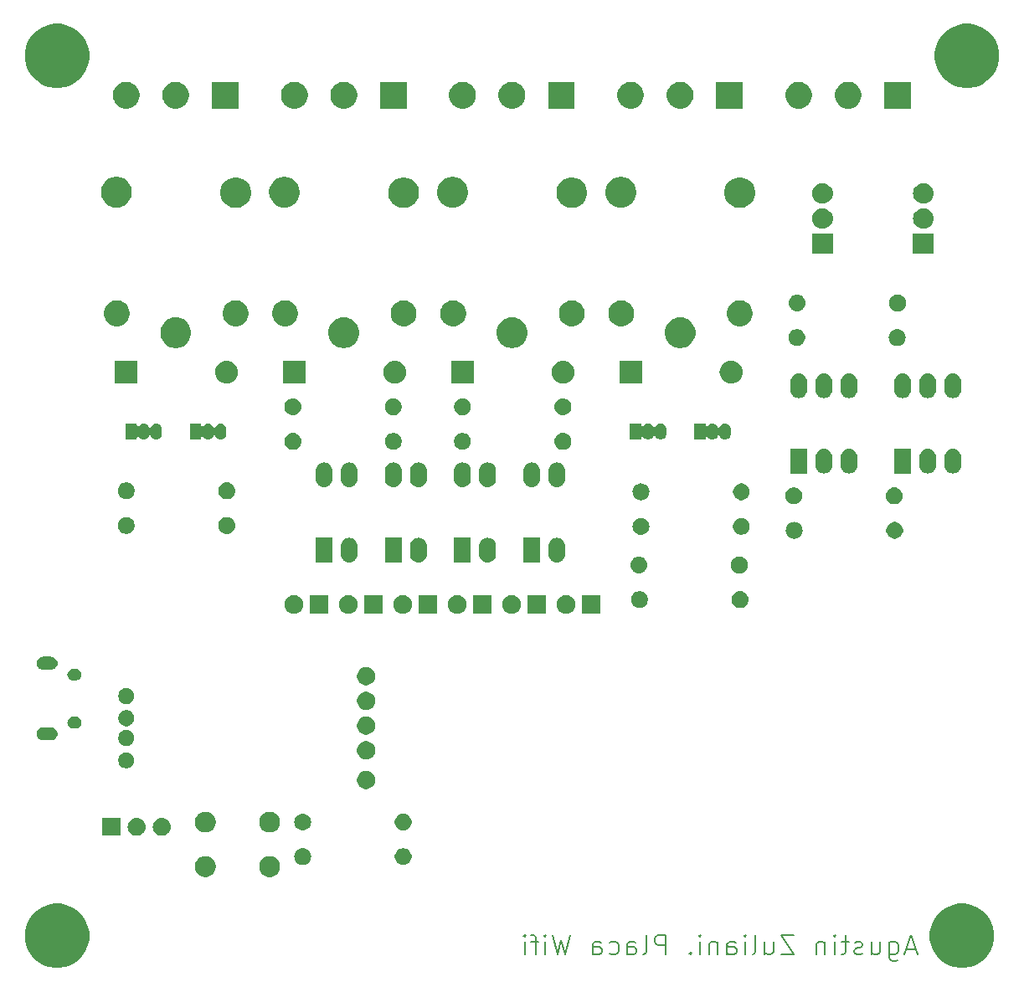
<source format=gbr>
G04 #@! TF.GenerationSoftware,KiCad,Pcbnew,(5.1.4)-1*
G04 #@! TF.CreationDate,2021-08-09T13:21:02-03:00*
G04 #@! TF.ProjectId,Plc_Esp12,506c635f-4573-4703-9132-2e6b69636164,rev?*
G04 #@! TF.SameCoordinates,Original*
G04 #@! TF.FileFunction,Soldermask,Bot*
G04 #@! TF.FilePolarity,Negative*
%FSLAX46Y46*%
G04 Gerber Fmt 4.6, Leading zero omitted, Abs format (unit mm)*
G04 Created by KiCad (PCBNEW (5.1.4)-1) date 2021-08-09 13:21:02*
%MOMM*%
%LPD*%
G04 APERTURE LIST*
%ADD10C,0.150000*%
%ADD11C,0.100000*%
G04 APERTURE END LIST*
D10*
X180809523Y-144333333D02*
X179857142Y-144333333D01*
X181000000Y-144904761D02*
X180333333Y-142904761D01*
X179666666Y-144904761D01*
X178142857Y-143571428D02*
X178142857Y-145190476D01*
X178238095Y-145380952D01*
X178333333Y-145476190D01*
X178523809Y-145571428D01*
X178809523Y-145571428D01*
X179000000Y-145476190D01*
X178142857Y-144809523D02*
X178333333Y-144904761D01*
X178714285Y-144904761D01*
X178904761Y-144809523D01*
X179000000Y-144714285D01*
X179095238Y-144523809D01*
X179095238Y-143952380D01*
X179000000Y-143761904D01*
X178904761Y-143666666D01*
X178714285Y-143571428D01*
X178333333Y-143571428D01*
X178142857Y-143666666D01*
X176333333Y-143571428D02*
X176333333Y-144904761D01*
X177190476Y-143571428D02*
X177190476Y-144619047D01*
X177095238Y-144809523D01*
X176904761Y-144904761D01*
X176619047Y-144904761D01*
X176428571Y-144809523D01*
X176333333Y-144714285D01*
X175476190Y-144809523D02*
X175285714Y-144904761D01*
X174904761Y-144904761D01*
X174714285Y-144809523D01*
X174619047Y-144619047D01*
X174619047Y-144523809D01*
X174714285Y-144333333D01*
X174904761Y-144238095D01*
X175190476Y-144238095D01*
X175380952Y-144142857D01*
X175476190Y-143952380D01*
X175476190Y-143857142D01*
X175380952Y-143666666D01*
X175190476Y-143571428D01*
X174904761Y-143571428D01*
X174714285Y-143666666D01*
X174047619Y-143571428D02*
X173285714Y-143571428D01*
X173761904Y-142904761D02*
X173761904Y-144619047D01*
X173666666Y-144809523D01*
X173476190Y-144904761D01*
X173285714Y-144904761D01*
X172619047Y-144904761D02*
X172619047Y-143571428D01*
X172619047Y-142904761D02*
X172714285Y-143000000D01*
X172619047Y-143095238D01*
X172523809Y-143000000D01*
X172619047Y-142904761D01*
X172619047Y-143095238D01*
X171666666Y-143571428D02*
X171666666Y-144904761D01*
X171666666Y-143761904D02*
X171571428Y-143666666D01*
X171380952Y-143571428D01*
X171095238Y-143571428D01*
X170904761Y-143666666D01*
X170809523Y-143857142D01*
X170809523Y-144904761D01*
X168523809Y-142904761D02*
X167190476Y-142904761D01*
X168523809Y-144904761D01*
X167190476Y-144904761D01*
X165571428Y-143571428D02*
X165571428Y-144904761D01*
X166428571Y-143571428D02*
X166428571Y-144619047D01*
X166333333Y-144809523D01*
X166142857Y-144904761D01*
X165857142Y-144904761D01*
X165666666Y-144809523D01*
X165571428Y-144714285D01*
X164333333Y-144904761D02*
X164523809Y-144809523D01*
X164619047Y-144619047D01*
X164619047Y-142904761D01*
X163571428Y-144904761D02*
X163571428Y-143571428D01*
X163571428Y-142904761D02*
X163666666Y-143000000D01*
X163571428Y-143095238D01*
X163476190Y-143000000D01*
X163571428Y-142904761D01*
X163571428Y-143095238D01*
X161761904Y-144904761D02*
X161761904Y-143857142D01*
X161857142Y-143666666D01*
X162047619Y-143571428D01*
X162428571Y-143571428D01*
X162619047Y-143666666D01*
X161761904Y-144809523D02*
X161952380Y-144904761D01*
X162428571Y-144904761D01*
X162619047Y-144809523D01*
X162714285Y-144619047D01*
X162714285Y-144428571D01*
X162619047Y-144238095D01*
X162428571Y-144142857D01*
X161952380Y-144142857D01*
X161761904Y-144047619D01*
X160809523Y-143571428D02*
X160809523Y-144904761D01*
X160809523Y-143761904D02*
X160714285Y-143666666D01*
X160523809Y-143571428D01*
X160238095Y-143571428D01*
X160047619Y-143666666D01*
X159952380Y-143857142D01*
X159952380Y-144904761D01*
X159000000Y-144904761D02*
X159000000Y-143571428D01*
X159000000Y-142904761D02*
X159095238Y-143000000D01*
X159000000Y-143095238D01*
X158904761Y-143000000D01*
X159000000Y-142904761D01*
X159000000Y-143095238D01*
X158047619Y-144714285D02*
X157952380Y-144809523D01*
X158047619Y-144904761D01*
X158142857Y-144809523D01*
X158047619Y-144714285D01*
X158047619Y-144904761D01*
X155571428Y-144904761D02*
X155571428Y-142904761D01*
X154809523Y-142904761D01*
X154619047Y-143000000D01*
X154523809Y-143095238D01*
X154428571Y-143285714D01*
X154428571Y-143571428D01*
X154523809Y-143761904D01*
X154619047Y-143857142D01*
X154809523Y-143952380D01*
X155571428Y-143952380D01*
X153285714Y-144904761D02*
X153476190Y-144809523D01*
X153571428Y-144619047D01*
X153571428Y-142904761D01*
X151666666Y-144904761D02*
X151666666Y-143857142D01*
X151761904Y-143666666D01*
X151952380Y-143571428D01*
X152333333Y-143571428D01*
X152523809Y-143666666D01*
X151666666Y-144809523D02*
X151857142Y-144904761D01*
X152333333Y-144904761D01*
X152523809Y-144809523D01*
X152619047Y-144619047D01*
X152619047Y-144428571D01*
X152523809Y-144238095D01*
X152333333Y-144142857D01*
X151857142Y-144142857D01*
X151666666Y-144047619D01*
X149857142Y-144809523D02*
X150047619Y-144904761D01*
X150428571Y-144904761D01*
X150619047Y-144809523D01*
X150714285Y-144714285D01*
X150809523Y-144523809D01*
X150809523Y-143952380D01*
X150714285Y-143761904D01*
X150619047Y-143666666D01*
X150428571Y-143571428D01*
X150047619Y-143571428D01*
X149857142Y-143666666D01*
X148142857Y-144904761D02*
X148142857Y-143857142D01*
X148238095Y-143666666D01*
X148428571Y-143571428D01*
X148809523Y-143571428D01*
X149000000Y-143666666D01*
X148142857Y-144809523D02*
X148333333Y-144904761D01*
X148809523Y-144904761D01*
X149000000Y-144809523D01*
X149095238Y-144619047D01*
X149095238Y-144428571D01*
X149000000Y-144238095D01*
X148809523Y-144142857D01*
X148333333Y-144142857D01*
X148142857Y-144047619D01*
X145857142Y-142904761D02*
X145380952Y-144904761D01*
X145000000Y-143476190D01*
X144619047Y-144904761D01*
X144142857Y-142904761D01*
X143380952Y-144904761D02*
X143380952Y-143571428D01*
X143380952Y-142904761D02*
X143476190Y-143000000D01*
X143380952Y-143095238D01*
X143285714Y-143000000D01*
X143380952Y-142904761D01*
X143380952Y-143095238D01*
X142714285Y-143571428D02*
X141952380Y-143571428D01*
X142428571Y-144904761D02*
X142428571Y-143190476D01*
X142333333Y-143000000D01*
X142142857Y-142904761D01*
X141952380Y-142904761D01*
X141285714Y-144904761D02*
X141285714Y-143571428D01*
X141285714Y-142904761D02*
X141380952Y-143000000D01*
X141285714Y-143095238D01*
X141190476Y-143000000D01*
X141285714Y-142904761D01*
X141285714Y-143095238D01*
D11*
G36*
X186134239Y-139811467D02*
G01*
X186448282Y-139873934D01*
X187039926Y-140119001D01*
X187572392Y-140474784D01*
X188025216Y-140927608D01*
X188380999Y-141460074D01*
X188626066Y-142051718D01*
X188751000Y-142679804D01*
X188751000Y-143320196D01*
X188626066Y-143948282D01*
X188380999Y-144539926D01*
X188025216Y-145072392D01*
X187572392Y-145525216D01*
X187039926Y-145880999D01*
X186448282Y-146126066D01*
X186134239Y-146188533D01*
X185820197Y-146251000D01*
X185179803Y-146251000D01*
X184865761Y-146188533D01*
X184551718Y-146126066D01*
X183960074Y-145880999D01*
X183427608Y-145525216D01*
X182974784Y-145072392D01*
X182619001Y-144539926D01*
X182373934Y-143948282D01*
X182249000Y-143320196D01*
X182249000Y-142679804D01*
X182373934Y-142051718D01*
X182619001Y-141460074D01*
X182974784Y-140927608D01*
X183427608Y-140474784D01*
X183960074Y-140119001D01*
X184551718Y-139873934D01*
X184865761Y-139811467D01*
X185179803Y-139749000D01*
X185820197Y-139749000D01*
X186134239Y-139811467D01*
X186134239Y-139811467D01*
G37*
G36*
X94634239Y-139811467D02*
G01*
X94948282Y-139873934D01*
X95539926Y-140119001D01*
X96072392Y-140474784D01*
X96525216Y-140927608D01*
X96880999Y-141460074D01*
X97126066Y-142051718D01*
X97251000Y-142679804D01*
X97251000Y-143320196D01*
X97126066Y-143948282D01*
X96880999Y-144539926D01*
X96525216Y-145072392D01*
X96072392Y-145525216D01*
X95539926Y-145880999D01*
X94948282Y-146126066D01*
X94634239Y-146188533D01*
X94320197Y-146251000D01*
X93679803Y-146251000D01*
X93365761Y-146188533D01*
X93051718Y-146126066D01*
X92460074Y-145880999D01*
X91927608Y-145525216D01*
X91474784Y-145072392D01*
X91119001Y-144539926D01*
X90873934Y-143948282D01*
X90749000Y-143320196D01*
X90749000Y-142679804D01*
X90873934Y-142051718D01*
X91119001Y-141460074D01*
X91474784Y-140927608D01*
X91927608Y-140474784D01*
X92460074Y-140119001D01*
X93051718Y-139873934D01*
X93365761Y-139811467D01*
X93679803Y-139749000D01*
X94320197Y-139749000D01*
X94634239Y-139811467D01*
X94634239Y-139811467D01*
G37*
G36*
X109306564Y-134989389D02*
G01*
X109497833Y-135068615D01*
X109497835Y-135068616D01*
X109669973Y-135183635D01*
X109816365Y-135330027D01*
X109913284Y-135475076D01*
X109931385Y-135502167D01*
X110010611Y-135693436D01*
X110051000Y-135896484D01*
X110051000Y-136103516D01*
X110010611Y-136306564D01*
X109931385Y-136497833D01*
X109931384Y-136497835D01*
X109816365Y-136669973D01*
X109669973Y-136816365D01*
X109497835Y-136931384D01*
X109497834Y-136931385D01*
X109497833Y-136931385D01*
X109306564Y-137010611D01*
X109103516Y-137051000D01*
X108896484Y-137051000D01*
X108693436Y-137010611D01*
X108502167Y-136931385D01*
X108502166Y-136931385D01*
X108502165Y-136931384D01*
X108330027Y-136816365D01*
X108183635Y-136669973D01*
X108068616Y-136497835D01*
X108068615Y-136497833D01*
X107989389Y-136306564D01*
X107949000Y-136103516D01*
X107949000Y-135896484D01*
X107989389Y-135693436D01*
X108068615Y-135502167D01*
X108086717Y-135475076D01*
X108183635Y-135330027D01*
X108330027Y-135183635D01*
X108502165Y-135068616D01*
X108502167Y-135068615D01*
X108693436Y-134989389D01*
X108896484Y-134949000D01*
X109103516Y-134949000D01*
X109306564Y-134989389D01*
X109306564Y-134989389D01*
G37*
G36*
X115806564Y-134989389D02*
G01*
X115997833Y-135068615D01*
X115997835Y-135068616D01*
X116169973Y-135183635D01*
X116316365Y-135330027D01*
X116413284Y-135475076D01*
X116431385Y-135502167D01*
X116510611Y-135693436D01*
X116551000Y-135896484D01*
X116551000Y-136103516D01*
X116510611Y-136306564D01*
X116431385Y-136497833D01*
X116431384Y-136497835D01*
X116316365Y-136669973D01*
X116169973Y-136816365D01*
X115997835Y-136931384D01*
X115997834Y-136931385D01*
X115997833Y-136931385D01*
X115806564Y-137010611D01*
X115603516Y-137051000D01*
X115396484Y-137051000D01*
X115193436Y-137010611D01*
X115002167Y-136931385D01*
X115002166Y-136931385D01*
X115002165Y-136931384D01*
X114830027Y-136816365D01*
X114683635Y-136669973D01*
X114568616Y-136497835D01*
X114568615Y-136497833D01*
X114489389Y-136306564D01*
X114449000Y-136103516D01*
X114449000Y-135896484D01*
X114489389Y-135693436D01*
X114568615Y-135502167D01*
X114586717Y-135475076D01*
X114683635Y-135330027D01*
X114830027Y-135183635D01*
X115002165Y-135068616D01*
X115002167Y-135068615D01*
X115193436Y-134989389D01*
X115396484Y-134949000D01*
X115603516Y-134949000D01*
X115806564Y-134989389D01*
X115806564Y-134989389D01*
G37*
G36*
X119006823Y-134161313D02*
G01*
X119167242Y-134209976D01*
X119234361Y-134245852D01*
X119315078Y-134288996D01*
X119444659Y-134395341D01*
X119551004Y-134524922D01*
X119551005Y-134524924D01*
X119630024Y-134672758D01*
X119678687Y-134833177D01*
X119695117Y-135000000D01*
X119678687Y-135166823D01*
X119630024Y-135327242D01*
X119589477Y-135403100D01*
X119551004Y-135475078D01*
X119444659Y-135604659D01*
X119315078Y-135711004D01*
X119315076Y-135711005D01*
X119167242Y-135790024D01*
X119006823Y-135838687D01*
X118881804Y-135851000D01*
X118798196Y-135851000D01*
X118673177Y-135838687D01*
X118512758Y-135790024D01*
X118364924Y-135711005D01*
X118364922Y-135711004D01*
X118235341Y-135604659D01*
X118128996Y-135475078D01*
X118090523Y-135403100D01*
X118049976Y-135327242D01*
X118001313Y-135166823D01*
X117984883Y-135000000D01*
X118001313Y-134833177D01*
X118049976Y-134672758D01*
X118128995Y-134524924D01*
X118128996Y-134524922D01*
X118235341Y-134395341D01*
X118364922Y-134288996D01*
X118445639Y-134245852D01*
X118512758Y-134209976D01*
X118673177Y-134161313D01*
X118798196Y-134149000D01*
X118881804Y-134149000D01*
X119006823Y-134161313D01*
X119006823Y-134161313D01*
G37*
G36*
X129248228Y-134181703D02*
G01*
X129403100Y-134245853D01*
X129542481Y-134338985D01*
X129661015Y-134457519D01*
X129754147Y-134596900D01*
X129818297Y-134751772D01*
X129851000Y-134916184D01*
X129851000Y-135083816D01*
X129818297Y-135248228D01*
X129754147Y-135403100D01*
X129661015Y-135542481D01*
X129542481Y-135661015D01*
X129403100Y-135754147D01*
X129248228Y-135818297D01*
X129083816Y-135851000D01*
X128916184Y-135851000D01*
X128751772Y-135818297D01*
X128596900Y-135754147D01*
X128457519Y-135661015D01*
X128338985Y-135542481D01*
X128245853Y-135403100D01*
X128181703Y-135248228D01*
X128149000Y-135083816D01*
X128149000Y-134916184D01*
X128181703Y-134751772D01*
X128245853Y-134596900D01*
X128338985Y-134457519D01*
X128457519Y-134338985D01*
X128596900Y-134245853D01*
X128751772Y-134181703D01*
X128916184Y-134149000D01*
X129083816Y-134149000D01*
X129248228Y-134181703D01*
X129248228Y-134181703D01*
G37*
G36*
X104690442Y-131105518D02*
G01*
X104756627Y-131112037D01*
X104926466Y-131163557D01*
X105082991Y-131247222D01*
X105118729Y-131276552D01*
X105220186Y-131359814D01*
X105303448Y-131461271D01*
X105332778Y-131497009D01*
X105416443Y-131653534D01*
X105467963Y-131823373D01*
X105485359Y-132000000D01*
X105467963Y-132176627D01*
X105416443Y-132346466D01*
X105332778Y-132502991D01*
X105326525Y-132510610D01*
X105220186Y-132640186D01*
X105118729Y-132723448D01*
X105082991Y-132752778D01*
X104926466Y-132836443D01*
X104756627Y-132887963D01*
X104690443Y-132894481D01*
X104624260Y-132901000D01*
X104535740Y-132901000D01*
X104469557Y-132894481D01*
X104403373Y-132887963D01*
X104233534Y-132836443D01*
X104077009Y-132752778D01*
X104041271Y-132723448D01*
X103939814Y-132640186D01*
X103833475Y-132510610D01*
X103827222Y-132502991D01*
X103743557Y-132346466D01*
X103692037Y-132176627D01*
X103674641Y-132000000D01*
X103692037Y-131823373D01*
X103743557Y-131653534D01*
X103827222Y-131497009D01*
X103856552Y-131461271D01*
X103939814Y-131359814D01*
X104041271Y-131276552D01*
X104077009Y-131247222D01*
X104233534Y-131163557D01*
X104403373Y-131112037D01*
X104469558Y-131105518D01*
X104535740Y-131099000D01*
X104624260Y-131099000D01*
X104690442Y-131105518D01*
X104690442Y-131105518D01*
G37*
G36*
X102150442Y-131105518D02*
G01*
X102216627Y-131112037D01*
X102386466Y-131163557D01*
X102542991Y-131247222D01*
X102578729Y-131276552D01*
X102680186Y-131359814D01*
X102763448Y-131461271D01*
X102792778Y-131497009D01*
X102876443Y-131653534D01*
X102927963Y-131823373D01*
X102945359Y-132000000D01*
X102927963Y-132176627D01*
X102876443Y-132346466D01*
X102792778Y-132502991D01*
X102786525Y-132510610D01*
X102680186Y-132640186D01*
X102578729Y-132723448D01*
X102542991Y-132752778D01*
X102386466Y-132836443D01*
X102216627Y-132887963D01*
X102150443Y-132894481D01*
X102084260Y-132901000D01*
X101995740Y-132901000D01*
X101929557Y-132894481D01*
X101863373Y-132887963D01*
X101693534Y-132836443D01*
X101537009Y-132752778D01*
X101501271Y-132723448D01*
X101399814Y-132640186D01*
X101293475Y-132510610D01*
X101287222Y-132502991D01*
X101203557Y-132346466D01*
X101152037Y-132176627D01*
X101134641Y-132000000D01*
X101152037Y-131823373D01*
X101203557Y-131653534D01*
X101287222Y-131497009D01*
X101316552Y-131461271D01*
X101399814Y-131359814D01*
X101501271Y-131276552D01*
X101537009Y-131247222D01*
X101693534Y-131163557D01*
X101863373Y-131112037D01*
X101929558Y-131105518D01*
X101995740Y-131099000D01*
X102084260Y-131099000D01*
X102150442Y-131105518D01*
X102150442Y-131105518D01*
G37*
G36*
X100401000Y-132901000D02*
G01*
X98599000Y-132901000D01*
X98599000Y-131099000D01*
X100401000Y-131099000D01*
X100401000Y-132901000D01*
X100401000Y-132901000D01*
G37*
G36*
X115806564Y-130489389D02*
G01*
X115997833Y-130568615D01*
X115997835Y-130568616D01*
X116118138Y-130649000D01*
X116169973Y-130683635D01*
X116316365Y-130830027D01*
X116431385Y-131002167D01*
X116510611Y-131193436D01*
X116551000Y-131396484D01*
X116551000Y-131603516D01*
X116510611Y-131806564D01*
X116440811Y-131975076D01*
X116431384Y-131997835D01*
X116316365Y-132169973D01*
X116169973Y-132316365D01*
X115997835Y-132431384D01*
X115997834Y-132431385D01*
X115997833Y-132431385D01*
X115806564Y-132510611D01*
X115603516Y-132551000D01*
X115396484Y-132551000D01*
X115193436Y-132510611D01*
X115002167Y-132431385D01*
X115002166Y-132431385D01*
X115002165Y-132431384D01*
X114830027Y-132316365D01*
X114683635Y-132169973D01*
X114568616Y-131997835D01*
X114559189Y-131975076D01*
X114489389Y-131806564D01*
X114449000Y-131603516D01*
X114449000Y-131396484D01*
X114489389Y-131193436D01*
X114568615Y-131002167D01*
X114683635Y-130830027D01*
X114830027Y-130683635D01*
X114881862Y-130649000D01*
X115002165Y-130568616D01*
X115002167Y-130568615D01*
X115193436Y-130489389D01*
X115396484Y-130449000D01*
X115603516Y-130449000D01*
X115806564Y-130489389D01*
X115806564Y-130489389D01*
G37*
G36*
X109306564Y-130489389D02*
G01*
X109497833Y-130568615D01*
X109497835Y-130568616D01*
X109618138Y-130649000D01*
X109669973Y-130683635D01*
X109816365Y-130830027D01*
X109931385Y-131002167D01*
X110010611Y-131193436D01*
X110051000Y-131396484D01*
X110051000Y-131603516D01*
X110010611Y-131806564D01*
X109940811Y-131975076D01*
X109931384Y-131997835D01*
X109816365Y-132169973D01*
X109669973Y-132316365D01*
X109497835Y-132431384D01*
X109497834Y-132431385D01*
X109497833Y-132431385D01*
X109306564Y-132510611D01*
X109103516Y-132551000D01*
X108896484Y-132551000D01*
X108693436Y-132510611D01*
X108502167Y-132431385D01*
X108502166Y-132431385D01*
X108502165Y-132431384D01*
X108330027Y-132316365D01*
X108183635Y-132169973D01*
X108068616Y-131997835D01*
X108059189Y-131975076D01*
X107989389Y-131806564D01*
X107949000Y-131603516D01*
X107949000Y-131396484D01*
X107989389Y-131193436D01*
X108068615Y-131002167D01*
X108183635Y-130830027D01*
X108330027Y-130683635D01*
X108381862Y-130649000D01*
X108502165Y-130568616D01*
X108502167Y-130568615D01*
X108693436Y-130489389D01*
X108896484Y-130449000D01*
X109103516Y-130449000D01*
X109306564Y-130489389D01*
X109306564Y-130489389D01*
G37*
G36*
X129248228Y-130681703D02*
G01*
X129403100Y-130745853D01*
X129542481Y-130838985D01*
X129661015Y-130957519D01*
X129754147Y-131096900D01*
X129818297Y-131251772D01*
X129851000Y-131416184D01*
X129851000Y-131583816D01*
X129818297Y-131748228D01*
X129754147Y-131903100D01*
X129661015Y-132042481D01*
X129542481Y-132161015D01*
X129403100Y-132254147D01*
X129248228Y-132318297D01*
X129083816Y-132351000D01*
X128916184Y-132351000D01*
X128751772Y-132318297D01*
X128596900Y-132254147D01*
X128457519Y-132161015D01*
X128338985Y-132042481D01*
X128245853Y-131903100D01*
X128181703Y-131748228D01*
X128149000Y-131583816D01*
X128149000Y-131416184D01*
X128181703Y-131251772D01*
X128245853Y-131096900D01*
X128338985Y-130957519D01*
X128457519Y-130838985D01*
X128596900Y-130745853D01*
X128751772Y-130681703D01*
X128916184Y-130649000D01*
X129083816Y-130649000D01*
X129248228Y-130681703D01*
X129248228Y-130681703D01*
G37*
G36*
X119006823Y-130661313D02*
G01*
X119167242Y-130709976D01*
X119234361Y-130745852D01*
X119315078Y-130788996D01*
X119444659Y-130895341D01*
X119551004Y-131024922D01*
X119551005Y-131024924D01*
X119630024Y-131172758D01*
X119678687Y-131333177D01*
X119695117Y-131500000D01*
X119678687Y-131666823D01*
X119630024Y-131827242D01*
X119589477Y-131903100D01*
X119551004Y-131975078D01*
X119444659Y-132104659D01*
X119315078Y-132211004D01*
X119315076Y-132211005D01*
X119167242Y-132290024D01*
X119006823Y-132338687D01*
X118881804Y-132351000D01*
X118798196Y-132351000D01*
X118673177Y-132338687D01*
X118512758Y-132290024D01*
X118364924Y-132211005D01*
X118364922Y-132211004D01*
X118235341Y-132104659D01*
X118128996Y-131975078D01*
X118090523Y-131903100D01*
X118049976Y-131827242D01*
X118001313Y-131666823D01*
X117984883Y-131500000D01*
X118001313Y-131333177D01*
X118049976Y-131172758D01*
X118128995Y-131024924D01*
X118128996Y-131024922D01*
X118235341Y-130895341D01*
X118364922Y-130788996D01*
X118445639Y-130745852D01*
X118512758Y-130709976D01*
X118673177Y-130661313D01*
X118798196Y-130649000D01*
X118881804Y-130649000D01*
X119006823Y-130661313D01*
X119006823Y-130661313D01*
G37*
G36*
X125520104Y-126359585D02*
G01*
X125688626Y-126429389D01*
X125840291Y-126530728D01*
X125969272Y-126659709D01*
X126070611Y-126811374D01*
X126140415Y-126979896D01*
X126176000Y-127158797D01*
X126176000Y-127341203D01*
X126140415Y-127520104D01*
X126070611Y-127688626D01*
X125969272Y-127840291D01*
X125840291Y-127969272D01*
X125688626Y-128070611D01*
X125520104Y-128140415D01*
X125341203Y-128176000D01*
X125158797Y-128176000D01*
X124979896Y-128140415D01*
X124811374Y-128070611D01*
X124659709Y-127969272D01*
X124530728Y-127840291D01*
X124429389Y-127688626D01*
X124359585Y-127520104D01*
X124324000Y-127341203D01*
X124324000Y-127158797D01*
X124359585Y-126979896D01*
X124429389Y-126811374D01*
X124530728Y-126659709D01*
X124659709Y-126530728D01*
X124811374Y-126429389D01*
X124979896Y-126359585D01*
X125158797Y-126324000D01*
X125341203Y-126324000D01*
X125520104Y-126359585D01*
X125520104Y-126359585D01*
G37*
G36*
X101237142Y-124468242D02*
G01*
X101385101Y-124529529D01*
X101518255Y-124618499D01*
X101631501Y-124731745D01*
X101720471Y-124864899D01*
X101781758Y-125012858D01*
X101813000Y-125169925D01*
X101813000Y-125330075D01*
X101781758Y-125487142D01*
X101720471Y-125635101D01*
X101631501Y-125768255D01*
X101518255Y-125881501D01*
X101385101Y-125970471D01*
X101237142Y-126031758D01*
X101080075Y-126063000D01*
X100919925Y-126063000D01*
X100762858Y-126031758D01*
X100614899Y-125970471D01*
X100481745Y-125881501D01*
X100368499Y-125768255D01*
X100279529Y-125635101D01*
X100218242Y-125487142D01*
X100187000Y-125330075D01*
X100187000Y-125169925D01*
X100218242Y-125012858D01*
X100279529Y-124864899D01*
X100368499Y-124731745D01*
X100481745Y-124618499D01*
X100614899Y-124529529D01*
X100762858Y-124468242D01*
X100919925Y-124437000D01*
X101080075Y-124437000D01*
X101237142Y-124468242D01*
X101237142Y-124468242D01*
G37*
G36*
X125520104Y-123359585D02*
G01*
X125688626Y-123429389D01*
X125840291Y-123530728D01*
X125969272Y-123659709D01*
X126070611Y-123811374D01*
X126140415Y-123979896D01*
X126176000Y-124158797D01*
X126176000Y-124341203D01*
X126140415Y-124520104D01*
X126070611Y-124688626D01*
X125969272Y-124840291D01*
X125840291Y-124969272D01*
X125688626Y-125070611D01*
X125520104Y-125140415D01*
X125341203Y-125176000D01*
X125158797Y-125176000D01*
X124979896Y-125140415D01*
X124811374Y-125070611D01*
X124659709Y-124969272D01*
X124530728Y-124840291D01*
X124429389Y-124688626D01*
X124359585Y-124520104D01*
X124324000Y-124341203D01*
X124324000Y-124158797D01*
X124359585Y-123979896D01*
X124429389Y-123811374D01*
X124530728Y-123659709D01*
X124659709Y-123530728D01*
X124811374Y-123429389D01*
X124979896Y-123359585D01*
X125158797Y-123324000D01*
X125341203Y-123324000D01*
X125520104Y-123359585D01*
X125520104Y-123359585D01*
G37*
G36*
X101237142Y-122218242D02*
G01*
X101385101Y-122279529D01*
X101518255Y-122368499D01*
X101631501Y-122481745D01*
X101720471Y-122614899D01*
X101781758Y-122762858D01*
X101813000Y-122919925D01*
X101813000Y-123080075D01*
X101781758Y-123237142D01*
X101720471Y-123385101D01*
X101631501Y-123518255D01*
X101518255Y-123631501D01*
X101385101Y-123720471D01*
X101237142Y-123781758D01*
X101080075Y-123813000D01*
X100919925Y-123813000D01*
X100762858Y-123781758D01*
X100614899Y-123720471D01*
X100481745Y-123631501D01*
X100368499Y-123518255D01*
X100279529Y-123385101D01*
X100218242Y-123237142D01*
X100187000Y-123080075D01*
X100187000Y-122919925D01*
X100218242Y-122762858D01*
X100279529Y-122614899D01*
X100368499Y-122481745D01*
X100481745Y-122368499D01*
X100614899Y-122279529D01*
X100762858Y-122218242D01*
X100919925Y-122187000D01*
X101080075Y-122187000D01*
X101237142Y-122218242D01*
X101237142Y-122218242D01*
G37*
G36*
X93515486Y-121933229D02*
G01*
X93527423Y-121934405D01*
X93588685Y-121952989D01*
X93649948Y-121971573D01*
X93762868Y-122031930D01*
X93861843Y-122113157D01*
X93943070Y-122212132D01*
X94003427Y-122325052D01*
X94040595Y-122447578D01*
X94053145Y-122575000D01*
X94040595Y-122702422D01*
X94003427Y-122824948D01*
X93943070Y-122937868D01*
X93861843Y-123036843D01*
X93762868Y-123118070D01*
X93649948Y-123178427D01*
X93588685Y-123197011D01*
X93527423Y-123215595D01*
X93515486Y-123216771D01*
X93431932Y-123225000D01*
X92568068Y-123225000D01*
X92484514Y-123216771D01*
X92472577Y-123215595D01*
X92411315Y-123197011D01*
X92350052Y-123178427D01*
X92237132Y-123118070D01*
X92138157Y-123036843D01*
X92056930Y-122937868D01*
X91996573Y-122824948D01*
X91959405Y-122702422D01*
X91946855Y-122575000D01*
X91959405Y-122447578D01*
X91996573Y-122325052D01*
X92056930Y-122212132D01*
X92138157Y-122113157D01*
X92237132Y-122031930D01*
X92350052Y-121971573D01*
X92411315Y-121952989D01*
X92472577Y-121934405D01*
X92484514Y-121933229D01*
X92568068Y-121925000D01*
X93431932Y-121925000D01*
X93515486Y-121933229D01*
X93515486Y-121933229D01*
G37*
G36*
X125520104Y-120859585D02*
G01*
X125688626Y-120929389D01*
X125840291Y-121030728D01*
X125969272Y-121159709D01*
X126070611Y-121311374D01*
X126140415Y-121479896D01*
X126176000Y-121658797D01*
X126176000Y-121841203D01*
X126140415Y-122020104D01*
X126070611Y-122188626D01*
X125969272Y-122340291D01*
X125840291Y-122469272D01*
X125688626Y-122570611D01*
X125520104Y-122640415D01*
X125341203Y-122676000D01*
X125158797Y-122676000D01*
X124979896Y-122640415D01*
X124811374Y-122570611D01*
X124659709Y-122469272D01*
X124530728Y-122340291D01*
X124429389Y-122188626D01*
X124359585Y-122020104D01*
X124324000Y-121841203D01*
X124324000Y-121658797D01*
X124359585Y-121479896D01*
X124429389Y-121311374D01*
X124530728Y-121159709D01*
X124659709Y-121030728D01*
X124811374Y-120929389D01*
X124979896Y-120859585D01*
X125158797Y-120824000D01*
X125341203Y-120824000D01*
X125520104Y-120859585D01*
X125520104Y-120859585D01*
G37*
G36*
X95967621Y-120833682D02*
G01*
X96080721Y-120867990D01*
X96184955Y-120923704D01*
X96276317Y-120998683D01*
X96351296Y-121090045D01*
X96407010Y-121194279D01*
X96441318Y-121307379D01*
X96452903Y-121425000D01*
X96441318Y-121542621D01*
X96407010Y-121655721D01*
X96351296Y-121759955D01*
X96276317Y-121851317D01*
X96184955Y-121926296D01*
X96080721Y-121982010D01*
X95967621Y-122016318D01*
X95879474Y-122025000D01*
X95620526Y-122025000D01*
X95532379Y-122016318D01*
X95419279Y-121982010D01*
X95315045Y-121926296D01*
X95223683Y-121851317D01*
X95148704Y-121759955D01*
X95092990Y-121655721D01*
X95058682Y-121542621D01*
X95047097Y-121425000D01*
X95058682Y-121307379D01*
X95092990Y-121194279D01*
X95148704Y-121090045D01*
X95223683Y-120998683D01*
X95315045Y-120923704D01*
X95419279Y-120867990D01*
X95532379Y-120833682D01*
X95620526Y-120825000D01*
X95879474Y-120825000D01*
X95967621Y-120833682D01*
X95967621Y-120833682D01*
G37*
G36*
X101237142Y-120218242D02*
G01*
X101385101Y-120279529D01*
X101518255Y-120368499D01*
X101631501Y-120481745D01*
X101720471Y-120614899D01*
X101781758Y-120762858D01*
X101813000Y-120919925D01*
X101813000Y-121080075D01*
X101781758Y-121237142D01*
X101720471Y-121385101D01*
X101631501Y-121518255D01*
X101518255Y-121631501D01*
X101385101Y-121720471D01*
X101237142Y-121781758D01*
X101080075Y-121813000D01*
X100919925Y-121813000D01*
X100762858Y-121781758D01*
X100614899Y-121720471D01*
X100481745Y-121631501D01*
X100368499Y-121518255D01*
X100279529Y-121385101D01*
X100218242Y-121237142D01*
X100187000Y-121080075D01*
X100187000Y-120919925D01*
X100218242Y-120762858D01*
X100279529Y-120614899D01*
X100368499Y-120481745D01*
X100481745Y-120368499D01*
X100614899Y-120279529D01*
X100762858Y-120218242D01*
X100919925Y-120187000D01*
X101080075Y-120187000D01*
X101237142Y-120218242D01*
X101237142Y-120218242D01*
G37*
G36*
X125520104Y-118359585D02*
G01*
X125688626Y-118429389D01*
X125840291Y-118530728D01*
X125969272Y-118659709D01*
X126070611Y-118811374D01*
X126140415Y-118979896D01*
X126176000Y-119158797D01*
X126176000Y-119341203D01*
X126140415Y-119520104D01*
X126070611Y-119688626D01*
X125969272Y-119840291D01*
X125840291Y-119969272D01*
X125688626Y-120070611D01*
X125520104Y-120140415D01*
X125341203Y-120176000D01*
X125158797Y-120176000D01*
X124979896Y-120140415D01*
X124811374Y-120070611D01*
X124659709Y-119969272D01*
X124530728Y-119840291D01*
X124429389Y-119688626D01*
X124359585Y-119520104D01*
X124324000Y-119341203D01*
X124324000Y-119158797D01*
X124359585Y-118979896D01*
X124429389Y-118811374D01*
X124530728Y-118659709D01*
X124659709Y-118530728D01*
X124811374Y-118429389D01*
X124979896Y-118359585D01*
X125158797Y-118324000D01*
X125341203Y-118324000D01*
X125520104Y-118359585D01*
X125520104Y-118359585D01*
G37*
G36*
X101237142Y-117968242D02*
G01*
X101385101Y-118029529D01*
X101518255Y-118118499D01*
X101631501Y-118231745D01*
X101720471Y-118364899D01*
X101781758Y-118512858D01*
X101813000Y-118669925D01*
X101813000Y-118830075D01*
X101781758Y-118987142D01*
X101720471Y-119135101D01*
X101631501Y-119268255D01*
X101518255Y-119381501D01*
X101385101Y-119470471D01*
X101237142Y-119531758D01*
X101080075Y-119563000D01*
X100919925Y-119563000D01*
X100762858Y-119531758D01*
X100614899Y-119470471D01*
X100481745Y-119381501D01*
X100368499Y-119268255D01*
X100279529Y-119135101D01*
X100218242Y-118987142D01*
X100187000Y-118830075D01*
X100187000Y-118669925D01*
X100218242Y-118512858D01*
X100279529Y-118364899D01*
X100368499Y-118231745D01*
X100481745Y-118118499D01*
X100614899Y-118029529D01*
X100762858Y-117968242D01*
X100919925Y-117937000D01*
X101080075Y-117937000D01*
X101237142Y-117968242D01*
X101237142Y-117968242D01*
G37*
G36*
X125520104Y-115859585D02*
G01*
X125688626Y-115929389D01*
X125840291Y-116030728D01*
X125969272Y-116159709D01*
X126070611Y-116311374D01*
X126140415Y-116479896D01*
X126176000Y-116658797D01*
X126176000Y-116841203D01*
X126140415Y-117020104D01*
X126070611Y-117188626D01*
X125969272Y-117340291D01*
X125840291Y-117469272D01*
X125688626Y-117570611D01*
X125520104Y-117640415D01*
X125341203Y-117676000D01*
X125158797Y-117676000D01*
X124979896Y-117640415D01*
X124811374Y-117570611D01*
X124659709Y-117469272D01*
X124530728Y-117340291D01*
X124429389Y-117188626D01*
X124359585Y-117020104D01*
X124324000Y-116841203D01*
X124324000Y-116658797D01*
X124359585Y-116479896D01*
X124429389Y-116311374D01*
X124530728Y-116159709D01*
X124659709Y-116030728D01*
X124811374Y-115929389D01*
X124979896Y-115859585D01*
X125158797Y-115824000D01*
X125341203Y-115824000D01*
X125520104Y-115859585D01*
X125520104Y-115859585D01*
G37*
G36*
X95967621Y-115983682D02*
G01*
X96080721Y-116017990D01*
X96184955Y-116073704D01*
X96276317Y-116148683D01*
X96351296Y-116240045D01*
X96407010Y-116344279D01*
X96441318Y-116457379D01*
X96452903Y-116575000D01*
X96441318Y-116692621D01*
X96407010Y-116805721D01*
X96351296Y-116909955D01*
X96276317Y-117001317D01*
X96184955Y-117076296D01*
X96080721Y-117132010D01*
X95967621Y-117166318D01*
X95879474Y-117175000D01*
X95620526Y-117175000D01*
X95532379Y-117166318D01*
X95419279Y-117132010D01*
X95315045Y-117076296D01*
X95223683Y-117001317D01*
X95148704Y-116909955D01*
X95092990Y-116805721D01*
X95058682Y-116692621D01*
X95047097Y-116575000D01*
X95058682Y-116457379D01*
X95092990Y-116344279D01*
X95148704Y-116240045D01*
X95223683Y-116148683D01*
X95315045Y-116073704D01*
X95419279Y-116017990D01*
X95532379Y-115983682D01*
X95620526Y-115975000D01*
X95879474Y-115975000D01*
X95967621Y-115983682D01*
X95967621Y-115983682D01*
G37*
G36*
X93515486Y-114783229D02*
G01*
X93527423Y-114784405D01*
X93588685Y-114802989D01*
X93649948Y-114821573D01*
X93762868Y-114881930D01*
X93861843Y-114963157D01*
X93943070Y-115062132D01*
X94003427Y-115175052D01*
X94040595Y-115297578D01*
X94053145Y-115425000D01*
X94040595Y-115552422D01*
X94003427Y-115674948D01*
X93943070Y-115787868D01*
X93861843Y-115886843D01*
X93762868Y-115968070D01*
X93649948Y-116028427D01*
X93588685Y-116047011D01*
X93527423Y-116065595D01*
X93515486Y-116066771D01*
X93431932Y-116075000D01*
X92568068Y-116075000D01*
X92484514Y-116066771D01*
X92472577Y-116065595D01*
X92411315Y-116047011D01*
X92350052Y-116028427D01*
X92237132Y-115968070D01*
X92138157Y-115886843D01*
X92056930Y-115787868D01*
X91996573Y-115674948D01*
X91959405Y-115552422D01*
X91946855Y-115425000D01*
X91959405Y-115297578D01*
X91996573Y-115175052D01*
X92056930Y-115062132D01*
X92138157Y-114963157D01*
X92237132Y-114881930D01*
X92350052Y-114821573D01*
X92411315Y-114802989D01*
X92472577Y-114784405D01*
X92484514Y-114783229D01*
X92568068Y-114775000D01*
X93431932Y-114775000D01*
X93515486Y-114783229D01*
X93515486Y-114783229D01*
G37*
G36*
X140237395Y-108585546D02*
G01*
X140410466Y-108657234D01*
X140487818Y-108708919D01*
X140566227Y-108761310D01*
X140698690Y-108893773D01*
X140698691Y-108893775D01*
X140802766Y-109049534D01*
X140874454Y-109222605D01*
X140911000Y-109406333D01*
X140911000Y-109593667D01*
X140874454Y-109777395D01*
X140802766Y-109950466D01*
X140802765Y-109950467D01*
X140698690Y-110106227D01*
X140566227Y-110238690D01*
X140487818Y-110291081D01*
X140410466Y-110342766D01*
X140237395Y-110414454D01*
X140053667Y-110451000D01*
X139866333Y-110451000D01*
X139682605Y-110414454D01*
X139509534Y-110342766D01*
X139432182Y-110291081D01*
X139353773Y-110238690D01*
X139221310Y-110106227D01*
X139117235Y-109950467D01*
X139117234Y-109950466D01*
X139045546Y-109777395D01*
X139009000Y-109593667D01*
X139009000Y-109406333D01*
X139045546Y-109222605D01*
X139117234Y-109049534D01*
X139221309Y-108893775D01*
X139221310Y-108893773D01*
X139353773Y-108761310D01*
X139432182Y-108708919D01*
X139509534Y-108657234D01*
X139682605Y-108585546D01*
X139866333Y-108549000D01*
X140053667Y-108549000D01*
X140237395Y-108585546D01*
X140237395Y-108585546D01*
G37*
G36*
X118237395Y-108585546D02*
G01*
X118410466Y-108657234D01*
X118487818Y-108708919D01*
X118566227Y-108761310D01*
X118698690Y-108893773D01*
X118698691Y-108893775D01*
X118802766Y-109049534D01*
X118874454Y-109222605D01*
X118911000Y-109406333D01*
X118911000Y-109593667D01*
X118874454Y-109777395D01*
X118802766Y-109950466D01*
X118802765Y-109950467D01*
X118698690Y-110106227D01*
X118566227Y-110238690D01*
X118487818Y-110291081D01*
X118410466Y-110342766D01*
X118237395Y-110414454D01*
X118053667Y-110451000D01*
X117866333Y-110451000D01*
X117682605Y-110414454D01*
X117509534Y-110342766D01*
X117432182Y-110291081D01*
X117353773Y-110238690D01*
X117221310Y-110106227D01*
X117117235Y-109950467D01*
X117117234Y-109950466D01*
X117045546Y-109777395D01*
X117009000Y-109593667D01*
X117009000Y-109406333D01*
X117045546Y-109222605D01*
X117117234Y-109049534D01*
X117221309Y-108893775D01*
X117221310Y-108893773D01*
X117353773Y-108761310D01*
X117432182Y-108708919D01*
X117509534Y-108657234D01*
X117682605Y-108585546D01*
X117866333Y-108549000D01*
X118053667Y-108549000D01*
X118237395Y-108585546D01*
X118237395Y-108585546D01*
G37*
G36*
X126951000Y-110451000D02*
G01*
X125049000Y-110451000D01*
X125049000Y-108549000D01*
X126951000Y-108549000D01*
X126951000Y-110451000D01*
X126951000Y-110451000D01*
G37*
G36*
X123737395Y-108585546D02*
G01*
X123910466Y-108657234D01*
X123987818Y-108708919D01*
X124066227Y-108761310D01*
X124198690Y-108893773D01*
X124198691Y-108893775D01*
X124302766Y-109049534D01*
X124374454Y-109222605D01*
X124411000Y-109406333D01*
X124411000Y-109593667D01*
X124374454Y-109777395D01*
X124302766Y-109950466D01*
X124302765Y-109950467D01*
X124198690Y-110106227D01*
X124066227Y-110238690D01*
X123987818Y-110291081D01*
X123910466Y-110342766D01*
X123737395Y-110414454D01*
X123553667Y-110451000D01*
X123366333Y-110451000D01*
X123182605Y-110414454D01*
X123009534Y-110342766D01*
X122932182Y-110291081D01*
X122853773Y-110238690D01*
X122721310Y-110106227D01*
X122617235Y-109950467D01*
X122617234Y-109950466D01*
X122545546Y-109777395D01*
X122509000Y-109593667D01*
X122509000Y-109406333D01*
X122545546Y-109222605D01*
X122617234Y-109049534D01*
X122721309Y-108893775D01*
X122721310Y-108893773D01*
X122853773Y-108761310D01*
X122932182Y-108708919D01*
X123009534Y-108657234D01*
X123182605Y-108585546D01*
X123366333Y-108549000D01*
X123553667Y-108549000D01*
X123737395Y-108585546D01*
X123737395Y-108585546D01*
G37*
G36*
X143451000Y-110451000D02*
G01*
X141549000Y-110451000D01*
X141549000Y-108549000D01*
X143451000Y-108549000D01*
X143451000Y-110451000D01*
X143451000Y-110451000D01*
G37*
G36*
X148951000Y-110451000D02*
G01*
X147049000Y-110451000D01*
X147049000Y-108549000D01*
X148951000Y-108549000D01*
X148951000Y-110451000D01*
X148951000Y-110451000D01*
G37*
G36*
X145737395Y-108585546D02*
G01*
X145910466Y-108657234D01*
X145987818Y-108708919D01*
X146066227Y-108761310D01*
X146198690Y-108893773D01*
X146198691Y-108893775D01*
X146302766Y-109049534D01*
X146374454Y-109222605D01*
X146411000Y-109406333D01*
X146411000Y-109593667D01*
X146374454Y-109777395D01*
X146302766Y-109950466D01*
X146302765Y-109950467D01*
X146198690Y-110106227D01*
X146066227Y-110238690D01*
X145987818Y-110291081D01*
X145910466Y-110342766D01*
X145737395Y-110414454D01*
X145553667Y-110451000D01*
X145366333Y-110451000D01*
X145182605Y-110414454D01*
X145009534Y-110342766D01*
X144932182Y-110291081D01*
X144853773Y-110238690D01*
X144721310Y-110106227D01*
X144617235Y-109950467D01*
X144617234Y-109950466D01*
X144545546Y-109777395D01*
X144509000Y-109593667D01*
X144509000Y-109406333D01*
X144545546Y-109222605D01*
X144617234Y-109049534D01*
X144721309Y-108893775D01*
X144721310Y-108893773D01*
X144853773Y-108761310D01*
X144932182Y-108708919D01*
X145009534Y-108657234D01*
X145182605Y-108585546D01*
X145366333Y-108549000D01*
X145553667Y-108549000D01*
X145737395Y-108585546D01*
X145737395Y-108585546D01*
G37*
G36*
X132451000Y-110451000D02*
G01*
X130549000Y-110451000D01*
X130549000Y-108549000D01*
X132451000Y-108549000D01*
X132451000Y-110451000D01*
X132451000Y-110451000D01*
G37*
G36*
X129237395Y-108585546D02*
G01*
X129410466Y-108657234D01*
X129487818Y-108708919D01*
X129566227Y-108761310D01*
X129698690Y-108893773D01*
X129698691Y-108893775D01*
X129802766Y-109049534D01*
X129874454Y-109222605D01*
X129911000Y-109406333D01*
X129911000Y-109593667D01*
X129874454Y-109777395D01*
X129802766Y-109950466D01*
X129802765Y-109950467D01*
X129698690Y-110106227D01*
X129566227Y-110238690D01*
X129487818Y-110291081D01*
X129410466Y-110342766D01*
X129237395Y-110414454D01*
X129053667Y-110451000D01*
X128866333Y-110451000D01*
X128682605Y-110414454D01*
X128509534Y-110342766D01*
X128432182Y-110291081D01*
X128353773Y-110238690D01*
X128221310Y-110106227D01*
X128117235Y-109950467D01*
X128117234Y-109950466D01*
X128045546Y-109777395D01*
X128009000Y-109593667D01*
X128009000Y-109406333D01*
X128045546Y-109222605D01*
X128117234Y-109049534D01*
X128221309Y-108893775D01*
X128221310Y-108893773D01*
X128353773Y-108761310D01*
X128432182Y-108708919D01*
X128509534Y-108657234D01*
X128682605Y-108585546D01*
X128866333Y-108549000D01*
X129053667Y-108549000D01*
X129237395Y-108585546D01*
X129237395Y-108585546D01*
G37*
G36*
X137951000Y-110451000D02*
G01*
X136049000Y-110451000D01*
X136049000Y-108549000D01*
X137951000Y-108549000D01*
X137951000Y-110451000D01*
X137951000Y-110451000D01*
G37*
G36*
X134737395Y-108585546D02*
G01*
X134910466Y-108657234D01*
X134987818Y-108708919D01*
X135066227Y-108761310D01*
X135198690Y-108893773D01*
X135198691Y-108893775D01*
X135302766Y-109049534D01*
X135374454Y-109222605D01*
X135411000Y-109406333D01*
X135411000Y-109593667D01*
X135374454Y-109777395D01*
X135302766Y-109950466D01*
X135302765Y-109950467D01*
X135198690Y-110106227D01*
X135066227Y-110238690D01*
X134987818Y-110291081D01*
X134910466Y-110342766D01*
X134737395Y-110414454D01*
X134553667Y-110451000D01*
X134366333Y-110451000D01*
X134182605Y-110414454D01*
X134009534Y-110342766D01*
X133932182Y-110291081D01*
X133853773Y-110238690D01*
X133721310Y-110106227D01*
X133617235Y-109950467D01*
X133617234Y-109950466D01*
X133545546Y-109777395D01*
X133509000Y-109593667D01*
X133509000Y-109406333D01*
X133545546Y-109222605D01*
X133617234Y-109049534D01*
X133721309Y-108893775D01*
X133721310Y-108893773D01*
X133853773Y-108761310D01*
X133932182Y-108708919D01*
X134009534Y-108657234D01*
X134182605Y-108585546D01*
X134366333Y-108549000D01*
X134553667Y-108549000D01*
X134737395Y-108585546D01*
X134737395Y-108585546D01*
G37*
G36*
X121451000Y-110451000D02*
G01*
X119549000Y-110451000D01*
X119549000Y-108549000D01*
X121451000Y-108549000D01*
X121451000Y-110451000D01*
X121451000Y-110451000D01*
G37*
G36*
X163226823Y-108161313D02*
G01*
X163387242Y-108209976D01*
X163454361Y-108245852D01*
X163535078Y-108288996D01*
X163664659Y-108395341D01*
X163771004Y-108524922D01*
X163771005Y-108524924D01*
X163850024Y-108672758D01*
X163898687Y-108833177D01*
X163915117Y-109000000D01*
X163898687Y-109166823D01*
X163850024Y-109327242D01*
X163809477Y-109403100D01*
X163771004Y-109475078D01*
X163664659Y-109604659D01*
X163535078Y-109711004D01*
X163535076Y-109711005D01*
X163387242Y-109790024D01*
X163226823Y-109838687D01*
X163101804Y-109851000D01*
X163018196Y-109851000D01*
X162893177Y-109838687D01*
X162732758Y-109790024D01*
X162584924Y-109711005D01*
X162584922Y-109711004D01*
X162455341Y-109604659D01*
X162348996Y-109475078D01*
X162310523Y-109403100D01*
X162269976Y-109327242D01*
X162221313Y-109166823D01*
X162204883Y-109000000D01*
X162221313Y-108833177D01*
X162269976Y-108672758D01*
X162348995Y-108524924D01*
X162348996Y-108524922D01*
X162455341Y-108395341D01*
X162584922Y-108288996D01*
X162665639Y-108245852D01*
X162732758Y-108209976D01*
X162893177Y-108161313D01*
X163018196Y-108149000D01*
X163101804Y-108149000D01*
X163226823Y-108161313D01*
X163226823Y-108161313D01*
G37*
G36*
X153148228Y-108181703D02*
G01*
X153303100Y-108245853D01*
X153442481Y-108338985D01*
X153561015Y-108457519D01*
X153654147Y-108596900D01*
X153718297Y-108751772D01*
X153751000Y-108916184D01*
X153751000Y-109083816D01*
X153718297Y-109248228D01*
X153654147Y-109403100D01*
X153561015Y-109542481D01*
X153442481Y-109661015D01*
X153303100Y-109754147D01*
X153148228Y-109818297D01*
X152983816Y-109851000D01*
X152816184Y-109851000D01*
X152651772Y-109818297D01*
X152496900Y-109754147D01*
X152357519Y-109661015D01*
X152238985Y-109542481D01*
X152145853Y-109403100D01*
X152081703Y-109248228D01*
X152049000Y-109083816D01*
X152049000Y-108916184D01*
X152081703Y-108751772D01*
X152145853Y-108596900D01*
X152238985Y-108457519D01*
X152357519Y-108338985D01*
X152496900Y-108245853D01*
X152651772Y-108181703D01*
X152816184Y-108149000D01*
X152983816Y-108149000D01*
X153148228Y-108181703D01*
X153148228Y-108181703D01*
G37*
G36*
X153006823Y-104661313D02*
G01*
X153167242Y-104709976D01*
X153199544Y-104727242D01*
X153315078Y-104788996D01*
X153444659Y-104895341D01*
X153551004Y-105024922D01*
X153551005Y-105024924D01*
X153630024Y-105172758D01*
X153678687Y-105333177D01*
X153695117Y-105500000D01*
X153678687Y-105666823D01*
X153630024Y-105827242D01*
X153589477Y-105903100D01*
X153551004Y-105975078D01*
X153444659Y-106104659D01*
X153315078Y-106211004D01*
X153315076Y-106211005D01*
X153167242Y-106290024D01*
X153006823Y-106338687D01*
X152881804Y-106351000D01*
X152798196Y-106351000D01*
X152673177Y-106338687D01*
X152512758Y-106290024D01*
X152364924Y-106211005D01*
X152364922Y-106211004D01*
X152235341Y-106104659D01*
X152128996Y-105975078D01*
X152090523Y-105903100D01*
X152049976Y-105827242D01*
X152001313Y-105666823D01*
X151984883Y-105500000D01*
X152001313Y-105333177D01*
X152049976Y-105172758D01*
X152128995Y-105024924D01*
X152128996Y-105024922D01*
X152235341Y-104895341D01*
X152364922Y-104788996D01*
X152480456Y-104727242D01*
X152512758Y-104709976D01*
X152673177Y-104661313D01*
X152798196Y-104649000D01*
X152881804Y-104649000D01*
X153006823Y-104661313D01*
X153006823Y-104661313D01*
G37*
G36*
X163248228Y-104681703D02*
G01*
X163403100Y-104745853D01*
X163542481Y-104838985D01*
X163661015Y-104957519D01*
X163754147Y-105096900D01*
X163818297Y-105251772D01*
X163851000Y-105416184D01*
X163851000Y-105583816D01*
X163818297Y-105748228D01*
X163754147Y-105903100D01*
X163661015Y-106042481D01*
X163542481Y-106161015D01*
X163403100Y-106254147D01*
X163248228Y-106318297D01*
X163083816Y-106351000D01*
X162916184Y-106351000D01*
X162751772Y-106318297D01*
X162596900Y-106254147D01*
X162457519Y-106161015D01*
X162338985Y-106042481D01*
X162245853Y-105903100D01*
X162181703Y-105748228D01*
X162149000Y-105583816D01*
X162149000Y-105416184D01*
X162181703Y-105251772D01*
X162245853Y-105096900D01*
X162338985Y-104957519D01*
X162457519Y-104838985D01*
X162596900Y-104745853D01*
X162751772Y-104681703D01*
X162916184Y-104649000D01*
X163083816Y-104649000D01*
X163248228Y-104681703D01*
X163248228Y-104681703D01*
G37*
G36*
X144706822Y-102761313D02*
G01*
X144867241Y-102809976D01*
X145015077Y-102888995D01*
X145144659Y-102995341D01*
X145251004Y-103124922D01*
X145251005Y-103124924D01*
X145330024Y-103272758D01*
X145378687Y-103433177D01*
X145391000Y-103558196D01*
X145391000Y-104441803D01*
X145378687Y-104566822D01*
X145330024Y-104727242D01*
X145270296Y-104838985D01*
X145251004Y-104875078D01*
X145144659Y-105004659D01*
X145015078Y-105111004D01*
X145015076Y-105111005D01*
X144867242Y-105190024D01*
X144706823Y-105238687D01*
X144540000Y-105255117D01*
X144373178Y-105238687D01*
X144212759Y-105190024D01*
X144064925Y-105111005D01*
X144064923Y-105111004D01*
X143935342Y-105004659D01*
X143828997Y-104875078D01*
X143809705Y-104838985D01*
X143749977Y-104727242D01*
X143701314Y-104566823D01*
X143689000Y-104441803D01*
X143689000Y-103558197D01*
X143701313Y-103433178D01*
X143749976Y-103272759D01*
X143828995Y-103124923D01*
X143935341Y-102995341D01*
X144064922Y-102888996D01*
X144159044Y-102838687D01*
X144212758Y-102809976D01*
X144373177Y-102761313D01*
X144540000Y-102744883D01*
X144706822Y-102761313D01*
X144706822Y-102761313D01*
G37*
G36*
X123706822Y-102761313D02*
G01*
X123867241Y-102809976D01*
X124015077Y-102888995D01*
X124144659Y-102995341D01*
X124251004Y-103124922D01*
X124251005Y-103124924D01*
X124330024Y-103272758D01*
X124378687Y-103433177D01*
X124391000Y-103558196D01*
X124391000Y-104441803D01*
X124378687Y-104566822D01*
X124330024Y-104727242D01*
X124270296Y-104838985D01*
X124251004Y-104875078D01*
X124144659Y-105004659D01*
X124015078Y-105111004D01*
X124015076Y-105111005D01*
X123867242Y-105190024D01*
X123706823Y-105238687D01*
X123540000Y-105255117D01*
X123373178Y-105238687D01*
X123212759Y-105190024D01*
X123064925Y-105111005D01*
X123064923Y-105111004D01*
X122935342Y-105004659D01*
X122828997Y-104875078D01*
X122809705Y-104838985D01*
X122749977Y-104727242D01*
X122701314Y-104566823D01*
X122689000Y-104441803D01*
X122689000Y-103558197D01*
X122701313Y-103433178D01*
X122749976Y-103272759D01*
X122828995Y-103124923D01*
X122935341Y-102995341D01*
X123064922Y-102888996D01*
X123159044Y-102838687D01*
X123212758Y-102809976D01*
X123373177Y-102761313D01*
X123540000Y-102744883D01*
X123706822Y-102761313D01*
X123706822Y-102761313D01*
G37*
G36*
X130706822Y-102761313D02*
G01*
X130867241Y-102809976D01*
X131015077Y-102888995D01*
X131144659Y-102995341D01*
X131251004Y-103124922D01*
X131251005Y-103124924D01*
X131330024Y-103272758D01*
X131378687Y-103433177D01*
X131391000Y-103558196D01*
X131391000Y-104441803D01*
X131378687Y-104566822D01*
X131330024Y-104727242D01*
X131270296Y-104838985D01*
X131251004Y-104875078D01*
X131144659Y-105004659D01*
X131015078Y-105111004D01*
X131015076Y-105111005D01*
X130867242Y-105190024D01*
X130706823Y-105238687D01*
X130540000Y-105255117D01*
X130373178Y-105238687D01*
X130212759Y-105190024D01*
X130064925Y-105111005D01*
X130064923Y-105111004D01*
X129935342Y-105004659D01*
X129828997Y-104875078D01*
X129809705Y-104838985D01*
X129749977Y-104727242D01*
X129701314Y-104566823D01*
X129689000Y-104441803D01*
X129689000Y-103558197D01*
X129701313Y-103433178D01*
X129749976Y-103272759D01*
X129828995Y-103124923D01*
X129935341Y-102995341D01*
X130064922Y-102888996D01*
X130159044Y-102838687D01*
X130212758Y-102809976D01*
X130373177Y-102761313D01*
X130540000Y-102744883D01*
X130706822Y-102761313D01*
X130706822Y-102761313D01*
G37*
G36*
X137706822Y-102761313D02*
G01*
X137867241Y-102809976D01*
X138015077Y-102888995D01*
X138144659Y-102995341D01*
X138251004Y-103124922D01*
X138251005Y-103124924D01*
X138330024Y-103272758D01*
X138378687Y-103433177D01*
X138391000Y-103558196D01*
X138391000Y-104441803D01*
X138378687Y-104566822D01*
X138330024Y-104727242D01*
X138270296Y-104838985D01*
X138251004Y-104875078D01*
X138144659Y-105004659D01*
X138015078Y-105111004D01*
X138015076Y-105111005D01*
X137867242Y-105190024D01*
X137706823Y-105238687D01*
X137540000Y-105255117D01*
X137373178Y-105238687D01*
X137212759Y-105190024D01*
X137064925Y-105111005D01*
X137064923Y-105111004D01*
X136935342Y-105004659D01*
X136828997Y-104875078D01*
X136809705Y-104838985D01*
X136749977Y-104727242D01*
X136701314Y-104566823D01*
X136689000Y-104441803D01*
X136689000Y-103558197D01*
X136701313Y-103433178D01*
X136749976Y-103272759D01*
X136828995Y-103124923D01*
X136935341Y-102995341D01*
X137064922Y-102888996D01*
X137159044Y-102838687D01*
X137212758Y-102809976D01*
X137373177Y-102761313D01*
X137540000Y-102744883D01*
X137706822Y-102761313D01*
X137706822Y-102761313D01*
G37*
G36*
X135851000Y-105251000D02*
G01*
X134149000Y-105251000D01*
X134149000Y-102749000D01*
X135851000Y-102749000D01*
X135851000Y-105251000D01*
X135851000Y-105251000D01*
G37*
G36*
X128851000Y-105251000D02*
G01*
X127149000Y-105251000D01*
X127149000Y-102749000D01*
X128851000Y-102749000D01*
X128851000Y-105251000D01*
X128851000Y-105251000D01*
G37*
G36*
X142851000Y-105251000D02*
G01*
X141149000Y-105251000D01*
X141149000Y-102749000D01*
X142851000Y-102749000D01*
X142851000Y-105251000D01*
X142851000Y-105251000D01*
G37*
G36*
X121851000Y-105251000D02*
G01*
X120149000Y-105251000D01*
X120149000Y-102749000D01*
X121851000Y-102749000D01*
X121851000Y-105251000D01*
X121851000Y-105251000D01*
G37*
G36*
X168706823Y-101161313D02*
G01*
X168867242Y-101209976D01*
X168984699Y-101272758D01*
X169015078Y-101288996D01*
X169144659Y-101395341D01*
X169251004Y-101524922D01*
X169251005Y-101524924D01*
X169330024Y-101672758D01*
X169378687Y-101833177D01*
X169395117Y-102000000D01*
X169378687Y-102166823D01*
X169352197Y-102254147D01*
X169332738Y-102318297D01*
X169330024Y-102327242D01*
X169289477Y-102403100D01*
X169251004Y-102475078D01*
X169144659Y-102604659D01*
X169015078Y-102711004D01*
X169015076Y-102711005D01*
X168867242Y-102790024D01*
X168706823Y-102838687D01*
X168581804Y-102851000D01*
X168498196Y-102851000D01*
X168373177Y-102838687D01*
X168212758Y-102790024D01*
X168064924Y-102711005D01*
X168064922Y-102711004D01*
X167935341Y-102604659D01*
X167828996Y-102475078D01*
X167790523Y-102403100D01*
X167749976Y-102327242D01*
X167747263Y-102318297D01*
X167727803Y-102254147D01*
X167701313Y-102166823D01*
X167684883Y-102000000D01*
X167701313Y-101833177D01*
X167749976Y-101672758D01*
X167828995Y-101524924D01*
X167828996Y-101524922D01*
X167935341Y-101395341D01*
X168064922Y-101288996D01*
X168095301Y-101272758D01*
X168212758Y-101209976D01*
X168373177Y-101161313D01*
X168498196Y-101149000D01*
X168581804Y-101149000D01*
X168706823Y-101161313D01*
X168706823Y-101161313D01*
G37*
G36*
X178948228Y-101181703D02*
G01*
X179103100Y-101245853D01*
X179242481Y-101338985D01*
X179361015Y-101457519D01*
X179454147Y-101596900D01*
X179518297Y-101751772D01*
X179551000Y-101916184D01*
X179551000Y-102083816D01*
X179518297Y-102248228D01*
X179454147Y-102403100D01*
X179361015Y-102542481D01*
X179242481Y-102661015D01*
X179103100Y-102754147D01*
X178948228Y-102818297D01*
X178783816Y-102851000D01*
X178616184Y-102851000D01*
X178451772Y-102818297D01*
X178296900Y-102754147D01*
X178157519Y-102661015D01*
X178038985Y-102542481D01*
X177945853Y-102403100D01*
X177881703Y-102248228D01*
X177849000Y-102083816D01*
X177849000Y-101916184D01*
X177881703Y-101751772D01*
X177945853Y-101596900D01*
X178038985Y-101457519D01*
X178157519Y-101338985D01*
X178296900Y-101245853D01*
X178451772Y-101181703D01*
X178616184Y-101149000D01*
X178783816Y-101149000D01*
X178948228Y-101181703D01*
X178948228Y-101181703D01*
G37*
G36*
X163448228Y-100781703D02*
G01*
X163603100Y-100845853D01*
X163742481Y-100938985D01*
X163861015Y-101057519D01*
X163954147Y-101196900D01*
X164018297Y-101351772D01*
X164051000Y-101516184D01*
X164051000Y-101683816D01*
X164018297Y-101848228D01*
X163954147Y-102003100D01*
X163861015Y-102142481D01*
X163742481Y-102261015D01*
X163603100Y-102354147D01*
X163448228Y-102418297D01*
X163283816Y-102451000D01*
X163116184Y-102451000D01*
X162951772Y-102418297D01*
X162796900Y-102354147D01*
X162657519Y-102261015D01*
X162538985Y-102142481D01*
X162445853Y-102003100D01*
X162381703Y-101848228D01*
X162349000Y-101683816D01*
X162349000Y-101516184D01*
X162381703Y-101351772D01*
X162445853Y-101196900D01*
X162538985Y-101057519D01*
X162657519Y-100938985D01*
X162796900Y-100845853D01*
X162951772Y-100781703D01*
X163116184Y-100749000D01*
X163283816Y-100749000D01*
X163448228Y-100781703D01*
X163448228Y-100781703D01*
G37*
G36*
X153206823Y-100761313D02*
G01*
X153367242Y-100809976D01*
X153434361Y-100845852D01*
X153515078Y-100888996D01*
X153644659Y-100995341D01*
X153751004Y-101124922D01*
X153751005Y-101124924D01*
X153830024Y-101272758D01*
X153830025Y-101272761D01*
X153834950Y-101288996D01*
X153878687Y-101433177D01*
X153895117Y-101600000D01*
X153878687Y-101766823D01*
X153830024Y-101927242D01*
X153789477Y-102003100D01*
X153751004Y-102075078D01*
X153644659Y-102204659D01*
X153515078Y-102311004D01*
X153515076Y-102311005D01*
X153367242Y-102390024D01*
X153206823Y-102438687D01*
X153081804Y-102451000D01*
X152998196Y-102451000D01*
X152873177Y-102438687D01*
X152712758Y-102390024D01*
X152564924Y-102311005D01*
X152564922Y-102311004D01*
X152435341Y-102204659D01*
X152328996Y-102075078D01*
X152290523Y-102003100D01*
X152249976Y-101927242D01*
X152201313Y-101766823D01*
X152184883Y-101600000D01*
X152201313Y-101433177D01*
X152245050Y-101288996D01*
X152249975Y-101272761D01*
X152249976Y-101272758D01*
X152328995Y-101124924D01*
X152328996Y-101124922D01*
X152435341Y-100995341D01*
X152564922Y-100888996D01*
X152645639Y-100845852D01*
X152712758Y-100809976D01*
X152873177Y-100761313D01*
X152998196Y-100749000D01*
X153081804Y-100749000D01*
X153206823Y-100761313D01*
X153206823Y-100761313D01*
G37*
G36*
X111326823Y-100661313D02*
G01*
X111487242Y-100709976D01*
X111619906Y-100780886D01*
X111635078Y-100788996D01*
X111764659Y-100895341D01*
X111871004Y-101024922D01*
X111871005Y-101024924D01*
X111950024Y-101172758D01*
X111950025Y-101172761D01*
X111952738Y-101181705D01*
X111998687Y-101333177D01*
X112015117Y-101500000D01*
X111998687Y-101666823D01*
X111950024Y-101827242D01*
X111909477Y-101903100D01*
X111871004Y-101975078D01*
X111764659Y-102104659D01*
X111635078Y-102211004D01*
X111635076Y-102211005D01*
X111487242Y-102290024D01*
X111326823Y-102338687D01*
X111201804Y-102351000D01*
X111118196Y-102351000D01*
X110993177Y-102338687D01*
X110832758Y-102290024D01*
X110684924Y-102211005D01*
X110684922Y-102211004D01*
X110555341Y-102104659D01*
X110448996Y-101975078D01*
X110410523Y-101903100D01*
X110369976Y-101827242D01*
X110321313Y-101666823D01*
X110304883Y-101500000D01*
X110321313Y-101333177D01*
X110367262Y-101181705D01*
X110369975Y-101172761D01*
X110369976Y-101172758D01*
X110448995Y-101024924D01*
X110448996Y-101024922D01*
X110555341Y-100895341D01*
X110684922Y-100788996D01*
X110700094Y-100780886D01*
X110832758Y-100709976D01*
X110993177Y-100661313D01*
X111118196Y-100649000D01*
X111201804Y-100649000D01*
X111326823Y-100661313D01*
X111326823Y-100661313D01*
G37*
G36*
X101248228Y-100681703D02*
G01*
X101403100Y-100745853D01*
X101542481Y-100838985D01*
X101661015Y-100957519D01*
X101754147Y-101096900D01*
X101818297Y-101251772D01*
X101851000Y-101416184D01*
X101851000Y-101583816D01*
X101818297Y-101748228D01*
X101754147Y-101903100D01*
X101661015Y-102042481D01*
X101542481Y-102161015D01*
X101403100Y-102254147D01*
X101248228Y-102318297D01*
X101083816Y-102351000D01*
X100916184Y-102351000D01*
X100751772Y-102318297D01*
X100596900Y-102254147D01*
X100457519Y-102161015D01*
X100338985Y-102042481D01*
X100245853Y-101903100D01*
X100181703Y-101748228D01*
X100149000Y-101583816D01*
X100149000Y-101416184D01*
X100181703Y-101251772D01*
X100245853Y-101096900D01*
X100338985Y-100957519D01*
X100457519Y-100838985D01*
X100596900Y-100745853D01*
X100751772Y-100681703D01*
X100916184Y-100649000D01*
X101083816Y-100649000D01*
X101248228Y-100681703D01*
X101248228Y-100681703D01*
G37*
G36*
X178826823Y-97661313D02*
G01*
X178987242Y-97709976D01*
X179104699Y-97772758D01*
X179135078Y-97788996D01*
X179264659Y-97895341D01*
X179371004Y-98024922D01*
X179371005Y-98024924D01*
X179450024Y-98172758D01*
X179498687Y-98333177D01*
X179515117Y-98500000D01*
X179498687Y-98666823D01*
X179472197Y-98754147D01*
X179452738Y-98818297D01*
X179450024Y-98827242D01*
X179409477Y-98903100D01*
X179371004Y-98975078D01*
X179264659Y-99104659D01*
X179135078Y-99211004D01*
X179135076Y-99211005D01*
X178987242Y-99290024D01*
X178826823Y-99338687D01*
X178701804Y-99351000D01*
X178618196Y-99351000D01*
X178493177Y-99338687D01*
X178332758Y-99290024D01*
X178184924Y-99211005D01*
X178184922Y-99211004D01*
X178055341Y-99104659D01*
X177948996Y-98975078D01*
X177910523Y-98903100D01*
X177869976Y-98827242D01*
X177867263Y-98818297D01*
X177847803Y-98754147D01*
X177821313Y-98666823D01*
X177804883Y-98500000D01*
X177821313Y-98333177D01*
X177869976Y-98172758D01*
X177948995Y-98024924D01*
X177948996Y-98024922D01*
X178055341Y-97895341D01*
X178184922Y-97788996D01*
X178215301Y-97772758D01*
X178332758Y-97709976D01*
X178493177Y-97661313D01*
X178618196Y-97649000D01*
X178701804Y-97649000D01*
X178826823Y-97661313D01*
X178826823Y-97661313D01*
G37*
G36*
X168748228Y-97681703D02*
G01*
X168903100Y-97745853D01*
X169042481Y-97838985D01*
X169161015Y-97957519D01*
X169254147Y-98096900D01*
X169318297Y-98251772D01*
X169351000Y-98416184D01*
X169351000Y-98583816D01*
X169318297Y-98748228D01*
X169254147Y-98903100D01*
X169161015Y-99042481D01*
X169042481Y-99161015D01*
X168903100Y-99254147D01*
X168748228Y-99318297D01*
X168583816Y-99351000D01*
X168416184Y-99351000D01*
X168251772Y-99318297D01*
X168096900Y-99254147D01*
X167957519Y-99161015D01*
X167838985Y-99042481D01*
X167745853Y-98903100D01*
X167681703Y-98748228D01*
X167649000Y-98583816D01*
X167649000Y-98416184D01*
X167681703Y-98251772D01*
X167745853Y-98096900D01*
X167838985Y-97957519D01*
X167957519Y-97838985D01*
X168096900Y-97745853D01*
X168251772Y-97681703D01*
X168416184Y-97649000D01*
X168583816Y-97649000D01*
X168748228Y-97681703D01*
X168748228Y-97681703D01*
G37*
G36*
X163448228Y-97281703D02*
G01*
X163603100Y-97345853D01*
X163742481Y-97438985D01*
X163861015Y-97557519D01*
X163954147Y-97696900D01*
X164018297Y-97851772D01*
X164051000Y-98016184D01*
X164051000Y-98183816D01*
X164018297Y-98348228D01*
X163954147Y-98503100D01*
X163861015Y-98642481D01*
X163742481Y-98761015D01*
X163603100Y-98854147D01*
X163448228Y-98918297D01*
X163283816Y-98951000D01*
X163116184Y-98951000D01*
X162951772Y-98918297D01*
X162796900Y-98854147D01*
X162657519Y-98761015D01*
X162538985Y-98642481D01*
X162445853Y-98503100D01*
X162381703Y-98348228D01*
X162349000Y-98183816D01*
X162349000Y-98016184D01*
X162381703Y-97851772D01*
X162445853Y-97696900D01*
X162538985Y-97557519D01*
X162657519Y-97438985D01*
X162796900Y-97345853D01*
X162951772Y-97281703D01*
X163116184Y-97249000D01*
X163283816Y-97249000D01*
X163448228Y-97281703D01*
X163448228Y-97281703D01*
G37*
G36*
X153206823Y-97261313D02*
G01*
X153367242Y-97309976D01*
X153434361Y-97345852D01*
X153515078Y-97388996D01*
X153644659Y-97495341D01*
X153751004Y-97624922D01*
X153751005Y-97624924D01*
X153830024Y-97772758D01*
X153830025Y-97772761D01*
X153834950Y-97788996D01*
X153878687Y-97933177D01*
X153895117Y-98100000D01*
X153878687Y-98266823D01*
X153830024Y-98427242D01*
X153789477Y-98503100D01*
X153751004Y-98575078D01*
X153644659Y-98704659D01*
X153515078Y-98811004D01*
X153515076Y-98811005D01*
X153367242Y-98890024D01*
X153206823Y-98938687D01*
X153081804Y-98951000D01*
X152998196Y-98951000D01*
X152873177Y-98938687D01*
X152712758Y-98890024D01*
X152564924Y-98811005D01*
X152564922Y-98811004D01*
X152435341Y-98704659D01*
X152328996Y-98575078D01*
X152290523Y-98503100D01*
X152249976Y-98427242D01*
X152201313Y-98266823D01*
X152184883Y-98100000D01*
X152201313Y-97933177D01*
X152245050Y-97788996D01*
X152249975Y-97772761D01*
X152249976Y-97772758D01*
X152328995Y-97624924D01*
X152328996Y-97624922D01*
X152435341Y-97495341D01*
X152564922Y-97388996D01*
X152645639Y-97345852D01*
X152712758Y-97309976D01*
X152873177Y-97261313D01*
X152998196Y-97249000D01*
X153081804Y-97249000D01*
X153206823Y-97261313D01*
X153206823Y-97261313D01*
G37*
G36*
X101248228Y-97181703D02*
G01*
X101403100Y-97245853D01*
X101542481Y-97338985D01*
X101661015Y-97457519D01*
X101754147Y-97596900D01*
X101818297Y-97751772D01*
X101851000Y-97916184D01*
X101851000Y-98083816D01*
X101818297Y-98248228D01*
X101754147Y-98403100D01*
X101661015Y-98542481D01*
X101542481Y-98661015D01*
X101403100Y-98754147D01*
X101248228Y-98818297D01*
X101083816Y-98851000D01*
X100916184Y-98851000D01*
X100751772Y-98818297D01*
X100596900Y-98754147D01*
X100457519Y-98661015D01*
X100338985Y-98542481D01*
X100245853Y-98403100D01*
X100181703Y-98248228D01*
X100149000Y-98083816D01*
X100149000Y-97916184D01*
X100181703Y-97751772D01*
X100245853Y-97596900D01*
X100338985Y-97457519D01*
X100457519Y-97338985D01*
X100596900Y-97245853D01*
X100751772Y-97181703D01*
X100916184Y-97149000D01*
X101083816Y-97149000D01*
X101248228Y-97181703D01*
X101248228Y-97181703D01*
G37*
G36*
X111326823Y-97161313D02*
G01*
X111487242Y-97209976D01*
X111619906Y-97280886D01*
X111635078Y-97288996D01*
X111764659Y-97395341D01*
X111871004Y-97524922D01*
X111871005Y-97524924D01*
X111950024Y-97672758D01*
X111950025Y-97672761D01*
X111952738Y-97681705D01*
X111998687Y-97833177D01*
X112015117Y-98000000D01*
X111998687Y-98166823D01*
X111950024Y-98327242D01*
X111909477Y-98403100D01*
X111871004Y-98475078D01*
X111764659Y-98604659D01*
X111635078Y-98711004D01*
X111635076Y-98711005D01*
X111487242Y-98790024D01*
X111326823Y-98838687D01*
X111201804Y-98851000D01*
X111118196Y-98851000D01*
X110993177Y-98838687D01*
X110832758Y-98790024D01*
X110684924Y-98711005D01*
X110684922Y-98711004D01*
X110555341Y-98604659D01*
X110448996Y-98475078D01*
X110410523Y-98403100D01*
X110369976Y-98327242D01*
X110321313Y-98166823D01*
X110304883Y-98000000D01*
X110321313Y-97833177D01*
X110367262Y-97681705D01*
X110369975Y-97672761D01*
X110369976Y-97672758D01*
X110448995Y-97524924D01*
X110448996Y-97524922D01*
X110555341Y-97395341D01*
X110684922Y-97288996D01*
X110700094Y-97280886D01*
X110832758Y-97209976D01*
X110993177Y-97161313D01*
X111118196Y-97149000D01*
X111201804Y-97149000D01*
X111326823Y-97161313D01*
X111326823Y-97161313D01*
G37*
G36*
X137706822Y-95141313D02*
G01*
X137867241Y-95189976D01*
X138015077Y-95268995D01*
X138144659Y-95375341D01*
X138251004Y-95504922D01*
X138251005Y-95504924D01*
X138330024Y-95652758D01*
X138378687Y-95813177D01*
X138391000Y-95938196D01*
X138391000Y-96821803D01*
X138378687Y-96946822D01*
X138330024Y-97107242D01*
X138275112Y-97209975D01*
X138251004Y-97255078D01*
X138144659Y-97384659D01*
X138015078Y-97491004D01*
X138015076Y-97491005D01*
X137867242Y-97570024D01*
X137706823Y-97618687D01*
X137540000Y-97635117D01*
X137373178Y-97618687D01*
X137212759Y-97570024D01*
X137064925Y-97491005D01*
X137064923Y-97491004D01*
X136935342Y-97384659D01*
X136828997Y-97255078D01*
X136804889Y-97209975D01*
X136749977Y-97107242D01*
X136701314Y-96946823D01*
X136689000Y-96821803D01*
X136689000Y-95938197D01*
X136701313Y-95813178D01*
X136749976Y-95652759D01*
X136828995Y-95504923D01*
X136935341Y-95375341D01*
X137064922Y-95268996D01*
X137080094Y-95260886D01*
X137212758Y-95189976D01*
X137373177Y-95141313D01*
X137540000Y-95124883D01*
X137706822Y-95141313D01*
X137706822Y-95141313D01*
G37*
G36*
X135166822Y-95141313D02*
G01*
X135327241Y-95189976D01*
X135475077Y-95268995D01*
X135604659Y-95375341D01*
X135711004Y-95504922D01*
X135711005Y-95504924D01*
X135790024Y-95652758D01*
X135838687Y-95813177D01*
X135851000Y-95938196D01*
X135851000Y-96821803D01*
X135838687Y-96946822D01*
X135790024Y-97107242D01*
X135735112Y-97209975D01*
X135711004Y-97255078D01*
X135604659Y-97384659D01*
X135475078Y-97491004D01*
X135475076Y-97491005D01*
X135327242Y-97570024D01*
X135166823Y-97618687D01*
X135000000Y-97635117D01*
X134833178Y-97618687D01*
X134672759Y-97570024D01*
X134524925Y-97491005D01*
X134524923Y-97491004D01*
X134395342Y-97384659D01*
X134288997Y-97255078D01*
X134264889Y-97209975D01*
X134209977Y-97107242D01*
X134161314Y-96946823D01*
X134149000Y-96821803D01*
X134149000Y-95938197D01*
X134161313Y-95813178D01*
X134209976Y-95652759D01*
X134288995Y-95504923D01*
X134395341Y-95375341D01*
X134524922Y-95268996D01*
X134540094Y-95260886D01*
X134672758Y-95189976D01*
X134833177Y-95141313D01*
X135000000Y-95124883D01*
X135166822Y-95141313D01*
X135166822Y-95141313D01*
G37*
G36*
X128166822Y-95141313D02*
G01*
X128327241Y-95189976D01*
X128475077Y-95268995D01*
X128604659Y-95375341D01*
X128711004Y-95504922D01*
X128711005Y-95504924D01*
X128790024Y-95652758D01*
X128838687Y-95813177D01*
X128851000Y-95938196D01*
X128851000Y-96821803D01*
X128838687Y-96946822D01*
X128790024Y-97107242D01*
X128735112Y-97209975D01*
X128711004Y-97255078D01*
X128604659Y-97384659D01*
X128475078Y-97491004D01*
X128475076Y-97491005D01*
X128327242Y-97570024D01*
X128166823Y-97618687D01*
X128000000Y-97635117D01*
X127833178Y-97618687D01*
X127672759Y-97570024D01*
X127524925Y-97491005D01*
X127524923Y-97491004D01*
X127395342Y-97384659D01*
X127288997Y-97255078D01*
X127264889Y-97209975D01*
X127209977Y-97107242D01*
X127161314Y-96946823D01*
X127149000Y-96821803D01*
X127149000Y-95938197D01*
X127161313Y-95813178D01*
X127209976Y-95652759D01*
X127288995Y-95504923D01*
X127395341Y-95375341D01*
X127524922Y-95268996D01*
X127540094Y-95260886D01*
X127672758Y-95189976D01*
X127833177Y-95141313D01*
X128000000Y-95124883D01*
X128166822Y-95141313D01*
X128166822Y-95141313D01*
G37*
G36*
X144706822Y-95141313D02*
G01*
X144867241Y-95189976D01*
X145015077Y-95268995D01*
X145144659Y-95375341D01*
X145251004Y-95504922D01*
X145251005Y-95504924D01*
X145330024Y-95652758D01*
X145378687Y-95813177D01*
X145391000Y-95938196D01*
X145391000Y-96821803D01*
X145378687Y-96946822D01*
X145330024Y-97107242D01*
X145275112Y-97209975D01*
X145251004Y-97255078D01*
X145144659Y-97384659D01*
X145015078Y-97491004D01*
X145015076Y-97491005D01*
X144867242Y-97570024D01*
X144706823Y-97618687D01*
X144540000Y-97635117D01*
X144373178Y-97618687D01*
X144212759Y-97570024D01*
X144064925Y-97491005D01*
X144064923Y-97491004D01*
X143935342Y-97384659D01*
X143828997Y-97255078D01*
X143804889Y-97209975D01*
X143749977Y-97107242D01*
X143701314Y-96946823D01*
X143689000Y-96821803D01*
X143689000Y-95938197D01*
X143701313Y-95813178D01*
X143749976Y-95652759D01*
X143828995Y-95504923D01*
X143935341Y-95375341D01*
X144064922Y-95268996D01*
X144080094Y-95260886D01*
X144212758Y-95189976D01*
X144373177Y-95141313D01*
X144540000Y-95124883D01*
X144706822Y-95141313D01*
X144706822Y-95141313D01*
G37*
G36*
X130706822Y-95141313D02*
G01*
X130867241Y-95189976D01*
X131015077Y-95268995D01*
X131144659Y-95375341D01*
X131251004Y-95504922D01*
X131251005Y-95504924D01*
X131330024Y-95652758D01*
X131378687Y-95813177D01*
X131391000Y-95938196D01*
X131391000Y-96821803D01*
X131378687Y-96946822D01*
X131330024Y-97107242D01*
X131275112Y-97209975D01*
X131251004Y-97255078D01*
X131144659Y-97384659D01*
X131015078Y-97491004D01*
X131015076Y-97491005D01*
X130867242Y-97570024D01*
X130706823Y-97618687D01*
X130540000Y-97635117D01*
X130373178Y-97618687D01*
X130212759Y-97570024D01*
X130064925Y-97491005D01*
X130064923Y-97491004D01*
X129935342Y-97384659D01*
X129828997Y-97255078D01*
X129804889Y-97209975D01*
X129749977Y-97107242D01*
X129701314Y-96946823D01*
X129689000Y-96821803D01*
X129689000Y-95938197D01*
X129701313Y-95813178D01*
X129749976Y-95652759D01*
X129828995Y-95504923D01*
X129935341Y-95375341D01*
X130064922Y-95268996D01*
X130080094Y-95260886D01*
X130212758Y-95189976D01*
X130373177Y-95141313D01*
X130540000Y-95124883D01*
X130706822Y-95141313D01*
X130706822Y-95141313D01*
G37*
G36*
X121166822Y-95141313D02*
G01*
X121327241Y-95189976D01*
X121475077Y-95268995D01*
X121604659Y-95375341D01*
X121711004Y-95504922D01*
X121711005Y-95504924D01*
X121790024Y-95652758D01*
X121838687Y-95813177D01*
X121851000Y-95938196D01*
X121851000Y-96821803D01*
X121838687Y-96946822D01*
X121790024Y-97107242D01*
X121735112Y-97209975D01*
X121711004Y-97255078D01*
X121604659Y-97384659D01*
X121475078Y-97491004D01*
X121475076Y-97491005D01*
X121327242Y-97570024D01*
X121166823Y-97618687D01*
X121000000Y-97635117D01*
X120833178Y-97618687D01*
X120672759Y-97570024D01*
X120524925Y-97491005D01*
X120524923Y-97491004D01*
X120395342Y-97384659D01*
X120288997Y-97255078D01*
X120264889Y-97209975D01*
X120209977Y-97107242D01*
X120161314Y-96946823D01*
X120149000Y-96821803D01*
X120149000Y-95938197D01*
X120161313Y-95813178D01*
X120209976Y-95652759D01*
X120288995Y-95504923D01*
X120395341Y-95375341D01*
X120524922Y-95268996D01*
X120540094Y-95260886D01*
X120672758Y-95189976D01*
X120833177Y-95141313D01*
X121000000Y-95124883D01*
X121166822Y-95141313D01*
X121166822Y-95141313D01*
G37*
G36*
X123706822Y-95141313D02*
G01*
X123867241Y-95189976D01*
X124015077Y-95268995D01*
X124144659Y-95375341D01*
X124251004Y-95504922D01*
X124251005Y-95504924D01*
X124330024Y-95652758D01*
X124378687Y-95813177D01*
X124391000Y-95938196D01*
X124391000Y-96821803D01*
X124378687Y-96946822D01*
X124330024Y-97107242D01*
X124275112Y-97209975D01*
X124251004Y-97255078D01*
X124144659Y-97384659D01*
X124015078Y-97491004D01*
X124015076Y-97491005D01*
X123867242Y-97570024D01*
X123706823Y-97618687D01*
X123540000Y-97635117D01*
X123373178Y-97618687D01*
X123212759Y-97570024D01*
X123064925Y-97491005D01*
X123064923Y-97491004D01*
X122935342Y-97384659D01*
X122828997Y-97255078D01*
X122804889Y-97209975D01*
X122749977Y-97107242D01*
X122701314Y-96946823D01*
X122689000Y-96821803D01*
X122689000Y-95938197D01*
X122701313Y-95813178D01*
X122749976Y-95652759D01*
X122828995Y-95504923D01*
X122935341Y-95375341D01*
X123064922Y-95268996D01*
X123080094Y-95260886D01*
X123212758Y-95189976D01*
X123373177Y-95141313D01*
X123540000Y-95124883D01*
X123706822Y-95141313D01*
X123706822Y-95141313D01*
G37*
G36*
X142166822Y-95141313D02*
G01*
X142327241Y-95189976D01*
X142475077Y-95268995D01*
X142604659Y-95375341D01*
X142711004Y-95504922D01*
X142711005Y-95504924D01*
X142790024Y-95652758D01*
X142838687Y-95813177D01*
X142851000Y-95938196D01*
X142851000Y-96821803D01*
X142838687Y-96946822D01*
X142790024Y-97107242D01*
X142735112Y-97209975D01*
X142711004Y-97255078D01*
X142604659Y-97384659D01*
X142475078Y-97491004D01*
X142475076Y-97491005D01*
X142327242Y-97570024D01*
X142166823Y-97618687D01*
X142000000Y-97635117D01*
X141833178Y-97618687D01*
X141672759Y-97570024D01*
X141524925Y-97491005D01*
X141524923Y-97491004D01*
X141395342Y-97384659D01*
X141288997Y-97255078D01*
X141264889Y-97209975D01*
X141209977Y-97107242D01*
X141161314Y-96946823D01*
X141149000Y-96821803D01*
X141149000Y-95938197D01*
X141161313Y-95813178D01*
X141209976Y-95652759D01*
X141288995Y-95504923D01*
X141395341Y-95375341D01*
X141524922Y-95268996D01*
X141540094Y-95260886D01*
X141672758Y-95189976D01*
X141833177Y-95141313D01*
X142000000Y-95124883D01*
X142166822Y-95141313D01*
X142166822Y-95141313D01*
G37*
G36*
X184746822Y-93761313D02*
G01*
X184907241Y-93809976D01*
X185055077Y-93888995D01*
X185184659Y-93995341D01*
X185291004Y-94124922D01*
X185291005Y-94124924D01*
X185370024Y-94272758D01*
X185418687Y-94433177D01*
X185431000Y-94558196D01*
X185431000Y-95441803D01*
X185418687Y-95566822D01*
X185370024Y-95727242D01*
X185324092Y-95813175D01*
X185291004Y-95875078D01*
X185184659Y-96004659D01*
X185055078Y-96111004D01*
X185055076Y-96111005D01*
X184907242Y-96190024D01*
X184746823Y-96238687D01*
X184580000Y-96255117D01*
X184413178Y-96238687D01*
X184252759Y-96190024D01*
X184104925Y-96111005D01*
X184104923Y-96111004D01*
X183975342Y-96004659D01*
X183868997Y-95875078D01*
X183835909Y-95813175D01*
X183789977Y-95727242D01*
X183741314Y-95566823D01*
X183729000Y-95441803D01*
X183729000Y-94558197D01*
X183741313Y-94433178D01*
X183789976Y-94272759D01*
X183868995Y-94124923D01*
X183975341Y-93995341D01*
X184104922Y-93888996D01*
X184199044Y-93838687D01*
X184252758Y-93809976D01*
X184413177Y-93761313D01*
X184580000Y-93744883D01*
X184746822Y-93761313D01*
X184746822Y-93761313D01*
G37*
G36*
X182206822Y-93761313D02*
G01*
X182367241Y-93809976D01*
X182515077Y-93888995D01*
X182644659Y-93995341D01*
X182751004Y-94124922D01*
X182751005Y-94124924D01*
X182830024Y-94272758D01*
X182878687Y-94433177D01*
X182891000Y-94558196D01*
X182891000Y-95441803D01*
X182878687Y-95566822D01*
X182830024Y-95727242D01*
X182784092Y-95813175D01*
X182751004Y-95875078D01*
X182644659Y-96004659D01*
X182515078Y-96111004D01*
X182515076Y-96111005D01*
X182367242Y-96190024D01*
X182206823Y-96238687D01*
X182040000Y-96255117D01*
X181873178Y-96238687D01*
X181712759Y-96190024D01*
X181564925Y-96111005D01*
X181564923Y-96111004D01*
X181435342Y-96004659D01*
X181328997Y-95875078D01*
X181295909Y-95813175D01*
X181249977Y-95727242D01*
X181201314Y-95566823D01*
X181189000Y-95441803D01*
X181189000Y-94558197D01*
X181201313Y-94433178D01*
X181249976Y-94272759D01*
X181328995Y-94124923D01*
X181435341Y-93995341D01*
X181564922Y-93888996D01*
X181659044Y-93838687D01*
X181712758Y-93809976D01*
X181873177Y-93761313D01*
X182040000Y-93744883D01*
X182206822Y-93761313D01*
X182206822Y-93761313D01*
G37*
G36*
X174246822Y-93761313D02*
G01*
X174407241Y-93809976D01*
X174555077Y-93888995D01*
X174684659Y-93995341D01*
X174791004Y-94124922D01*
X174791005Y-94124924D01*
X174870024Y-94272758D01*
X174918687Y-94433177D01*
X174931000Y-94558196D01*
X174931000Y-95441803D01*
X174918687Y-95566822D01*
X174870024Y-95727242D01*
X174824092Y-95813175D01*
X174791004Y-95875078D01*
X174684659Y-96004659D01*
X174555078Y-96111004D01*
X174555076Y-96111005D01*
X174407242Y-96190024D01*
X174246823Y-96238687D01*
X174080000Y-96255117D01*
X173913178Y-96238687D01*
X173752759Y-96190024D01*
X173604925Y-96111005D01*
X173604923Y-96111004D01*
X173475342Y-96004659D01*
X173368997Y-95875078D01*
X173335909Y-95813175D01*
X173289977Y-95727242D01*
X173241314Y-95566823D01*
X173229000Y-95441803D01*
X173229000Y-94558197D01*
X173241313Y-94433178D01*
X173289976Y-94272759D01*
X173368995Y-94124923D01*
X173475341Y-93995341D01*
X173604922Y-93888996D01*
X173699044Y-93838687D01*
X173752758Y-93809976D01*
X173913177Y-93761313D01*
X174080000Y-93744883D01*
X174246822Y-93761313D01*
X174246822Y-93761313D01*
G37*
G36*
X171706822Y-93761313D02*
G01*
X171867241Y-93809976D01*
X172015077Y-93888995D01*
X172144659Y-93995341D01*
X172251004Y-94124922D01*
X172251005Y-94124924D01*
X172330024Y-94272758D01*
X172378687Y-94433177D01*
X172391000Y-94558196D01*
X172391000Y-95441803D01*
X172378687Y-95566822D01*
X172330024Y-95727242D01*
X172284092Y-95813175D01*
X172251004Y-95875078D01*
X172144659Y-96004659D01*
X172015078Y-96111004D01*
X172015076Y-96111005D01*
X171867242Y-96190024D01*
X171706823Y-96238687D01*
X171540000Y-96255117D01*
X171373178Y-96238687D01*
X171212759Y-96190024D01*
X171064925Y-96111005D01*
X171064923Y-96111004D01*
X170935342Y-96004659D01*
X170828997Y-95875078D01*
X170795909Y-95813175D01*
X170749977Y-95727242D01*
X170701314Y-95566823D01*
X170689000Y-95441803D01*
X170689000Y-94558197D01*
X170701313Y-94433178D01*
X170749976Y-94272759D01*
X170828995Y-94124923D01*
X170935341Y-93995341D01*
X171064922Y-93888996D01*
X171159044Y-93838687D01*
X171212758Y-93809976D01*
X171373177Y-93761313D01*
X171540000Y-93744883D01*
X171706822Y-93761313D01*
X171706822Y-93761313D01*
G37*
G36*
X180351000Y-96251000D02*
G01*
X178649000Y-96251000D01*
X178649000Y-93749000D01*
X180351000Y-93749000D01*
X180351000Y-96251000D01*
X180351000Y-96251000D01*
G37*
G36*
X169851000Y-96251000D02*
G01*
X168149000Y-96251000D01*
X168149000Y-93749000D01*
X169851000Y-93749000D01*
X169851000Y-96251000D01*
X169851000Y-96251000D01*
G37*
G36*
X118006823Y-92161313D02*
G01*
X118167242Y-92209976D01*
X118299906Y-92280886D01*
X118315078Y-92288996D01*
X118444659Y-92395341D01*
X118551004Y-92524922D01*
X118551005Y-92524924D01*
X118630024Y-92672758D01*
X118678687Y-92833177D01*
X118695117Y-93000000D01*
X118678687Y-93166823D01*
X118630024Y-93327242D01*
X118589477Y-93403100D01*
X118551004Y-93475078D01*
X118444659Y-93604659D01*
X118315078Y-93711004D01*
X118315076Y-93711005D01*
X118167242Y-93790024D01*
X118006823Y-93838687D01*
X117881804Y-93851000D01*
X117798196Y-93851000D01*
X117673177Y-93838687D01*
X117512758Y-93790024D01*
X117364924Y-93711005D01*
X117364922Y-93711004D01*
X117235341Y-93604659D01*
X117128996Y-93475078D01*
X117090523Y-93403100D01*
X117049976Y-93327242D01*
X117001313Y-93166823D01*
X116984883Y-93000000D01*
X117001313Y-92833177D01*
X117049976Y-92672758D01*
X117128995Y-92524924D01*
X117128996Y-92524922D01*
X117235341Y-92395341D01*
X117364922Y-92288996D01*
X117380094Y-92280886D01*
X117512758Y-92209976D01*
X117673177Y-92161313D01*
X117798196Y-92149000D01*
X117881804Y-92149000D01*
X118006823Y-92161313D01*
X118006823Y-92161313D01*
G37*
G36*
X128248228Y-92181703D02*
G01*
X128403100Y-92245853D01*
X128542481Y-92338985D01*
X128661015Y-92457519D01*
X128754147Y-92596900D01*
X128818297Y-92751772D01*
X128851000Y-92916184D01*
X128851000Y-93083816D01*
X128818297Y-93248228D01*
X128754147Y-93403100D01*
X128661015Y-93542481D01*
X128542481Y-93661015D01*
X128403100Y-93754147D01*
X128248228Y-93818297D01*
X128083816Y-93851000D01*
X127916184Y-93851000D01*
X127751772Y-93818297D01*
X127596900Y-93754147D01*
X127457519Y-93661015D01*
X127338985Y-93542481D01*
X127245853Y-93403100D01*
X127181703Y-93248228D01*
X127149000Y-93083816D01*
X127149000Y-92916184D01*
X127181703Y-92751772D01*
X127245853Y-92596900D01*
X127338985Y-92457519D01*
X127457519Y-92338985D01*
X127596900Y-92245853D01*
X127751772Y-92181703D01*
X127916184Y-92149000D01*
X128083816Y-92149000D01*
X128248228Y-92181703D01*
X128248228Y-92181703D01*
G37*
G36*
X135248228Y-92181703D02*
G01*
X135403100Y-92245853D01*
X135542481Y-92338985D01*
X135661015Y-92457519D01*
X135754147Y-92596900D01*
X135818297Y-92751772D01*
X135851000Y-92916184D01*
X135851000Y-93083816D01*
X135818297Y-93248228D01*
X135754147Y-93403100D01*
X135661015Y-93542481D01*
X135542481Y-93661015D01*
X135403100Y-93754147D01*
X135248228Y-93818297D01*
X135083816Y-93851000D01*
X134916184Y-93851000D01*
X134751772Y-93818297D01*
X134596900Y-93754147D01*
X134457519Y-93661015D01*
X134338985Y-93542481D01*
X134245853Y-93403100D01*
X134181703Y-93248228D01*
X134149000Y-93083816D01*
X134149000Y-92916184D01*
X134181703Y-92751772D01*
X134245853Y-92596900D01*
X134338985Y-92457519D01*
X134457519Y-92338985D01*
X134596900Y-92245853D01*
X134751772Y-92181703D01*
X134916184Y-92149000D01*
X135083816Y-92149000D01*
X135248228Y-92181703D01*
X135248228Y-92181703D01*
G37*
G36*
X145326823Y-92161313D02*
G01*
X145487242Y-92209976D01*
X145619906Y-92280886D01*
X145635078Y-92288996D01*
X145764659Y-92395341D01*
X145871004Y-92524922D01*
X145871005Y-92524924D01*
X145950024Y-92672758D01*
X145998687Y-92833177D01*
X146015117Y-93000000D01*
X145998687Y-93166823D01*
X145950024Y-93327242D01*
X145909477Y-93403100D01*
X145871004Y-93475078D01*
X145764659Y-93604659D01*
X145635078Y-93711004D01*
X145635076Y-93711005D01*
X145487242Y-93790024D01*
X145326823Y-93838687D01*
X145201804Y-93851000D01*
X145118196Y-93851000D01*
X144993177Y-93838687D01*
X144832758Y-93790024D01*
X144684924Y-93711005D01*
X144684922Y-93711004D01*
X144555341Y-93604659D01*
X144448996Y-93475078D01*
X144410523Y-93403100D01*
X144369976Y-93327242D01*
X144321313Y-93166823D01*
X144304883Y-93000000D01*
X144321313Y-92833177D01*
X144369976Y-92672758D01*
X144448995Y-92524924D01*
X144448996Y-92524922D01*
X144555341Y-92395341D01*
X144684922Y-92288996D01*
X144700094Y-92280886D01*
X144832758Y-92209976D01*
X144993177Y-92161313D01*
X145118196Y-92149000D01*
X145201804Y-92149000D01*
X145326823Y-92161313D01*
X145326823Y-92161313D01*
G37*
G36*
X104152915Y-91207334D02*
G01*
X104261491Y-91240271D01*
X104261494Y-91240272D01*
X104297600Y-91259571D01*
X104361556Y-91293756D01*
X104449264Y-91365736D01*
X104521244Y-91453443D01*
X104555429Y-91517399D01*
X104574728Y-91553505D01*
X104574729Y-91553508D01*
X104607666Y-91662084D01*
X104616000Y-91746702D01*
X104616000Y-92253297D01*
X104607666Y-92337916D01*
X104575252Y-92444767D01*
X104574728Y-92446495D01*
X104568835Y-92457519D01*
X104521244Y-92546557D01*
X104449264Y-92634264D01*
X104361557Y-92706244D01*
X104297601Y-92740429D01*
X104261495Y-92759728D01*
X104261492Y-92759729D01*
X104152916Y-92792666D01*
X104040000Y-92803787D01*
X103927085Y-92792666D01*
X103818509Y-92759729D01*
X103818506Y-92759728D01*
X103782400Y-92740429D01*
X103718444Y-92706244D01*
X103630737Y-92634264D01*
X103558757Y-92546557D01*
X103515239Y-92465141D01*
X103501625Y-92444766D01*
X103484298Y-92427439D01*
X103463924Y-92413826D01*
X103441285Y-92404448D01*
X103417252Y-92399668D01*
X103392748Y-92399668D01*
X103368715Y-92404448D01*
X103346076Y-92413826D01*
X103325701Y-92427440D01*
X103308374Y-92444767D01*
X103294761Y-92465141D01*
X103251244Y-92546557D01*
X103179264Y-92634264D01*
X103091557Y-92706244D01*
X103027601Y-92740429D01*
X102991495Y-92759728D01*
X102991492Y-92759729D01*
X102882916Y-92792666D01*
X102770000Y-92803787D01*
X102657085Y-92792666D01*
X102548509Y-92759729D01*
X102548506Y-92759728D01*
X102512400Y-92740429D01*
X102448444Y-92706244D01*
X102360737Y-92634264D01*
X102297622Y-92557359D01*
X102280297Y-92540034D01*
X102259923Y-92526420D01*
X102237284Y-92517043D01*
X102213250Y-92512263D01*
X102188746Y-92512263D01*
X102164713Y-92517044D01*
X102142074Y-92526421D01*
X102121700Y-92540035D01*
X102104373Y-92557362D01*
X102090759Y-92577736D01*
X102081382Y-92600375D01*
X102076000Y-92636660D01*
X102076000Y-92801000D01*
X100924000Y-92801000D01*
X100924000Y-91199000D01*
X102076000Y-91199000D01*
X102076000Y-91363341D01*
X102078402Y-91387727D01*
X102085515Y-91411176D01*
X102097066Y-91432787D01*
X102112611Y-91451729D01*
X102131553Y-91467274D01*
X102153164Y-91478825D01*
X102176613Y-91485938D01*
X102200999Y-91488340D01*
X102225385Y-91485938D01*
X102248834Y-91478825D01*
X102270445Y-91467274D01*
X102289387Y-91451729D01*
X102297608Y-91442657D01*
X102360736Y-91365736D01*
X102448443Y-91293756D01*
X102512399Y-91259571D01*
X102548505Y-91240272D01*
X102548508Y-91240271D01*
X102657084Y-91207334D01*
X102770000Y-91196213D01*
X102882915Y-91207334D01*
X102991491Y-91240271D01*
X102991494Y-91240272D01*
X103027600Y-91259571D01*
X103091556Y-91293756D01*
X103179264Y-91365736D01*
X103251244Y-91453443D01*
X103294761Y-91534859D01*
X103308375Y-91555234D01*
X103325702Y-91572561D01*
X103346076Y-91586174D01*
X103368715Y-91595552D01*
X103392748Y-91600332D01*
X103417252Y-91600332D01*
X103441285Y-91595552D01*
X103463924Y-91586174D01*
X103484299Y-91572560D01*
X103501626Y-91555233D01*
X103515239Y-91534860D01*
X103558756Y-91453444D01*
X103630736Y-91365736D01*
X103718443Y-91293756D01*
X103782399Y-91259571D01*
X103818505Y-91240272D01*
X103818508Y-91240271D01*
X103927084Y-91207334D01*
X104040000Y-91196213D01*
X104152915Y-91207334D01*
X104152915Y-91207334D01*
G37*
G36*
X155152915Y-91207334D02*
G01*
X155261491Y-91240271D01*
X155261494Y-91240272D01*
X155297600Y-91259571D01*
X155361556Y-91293756D01*
X155449264Y-91365736D01*
X155521244Y-91453443D01*
X155555429Y-91517399D01*
X155574728Y-91553505D01*
X155574729Y-91553508D01*
X155607666Y-91662084D01*
X155616000Y-91746702D01*
X155616000Y-92253297D01*
X155607666Y-92337916D01*
X155575252Y-92444767D01*
X155574728Y-92446495D01*
X155568835Y-92457519D01*
X155521244Y-92546557D01*
X155449264Y-92634264D01*
X155361557Y-92706244D01*
X155297601Y-92740429D01*
X155261495Y-92759728D01*
X155261492Y-92759729D01*
X155152916Y-92792666D01*
X155040000Y-92803787D01*
X154927085Y-92792666D01*
X154818509Y-92759729D01*
X154818506Y-92759728D01*
X154782400Y-92740429D01*
X154718444Y-92706244D01*
X154630737Y-92634264D01*
X154558757Y-92546557D01*
X154515239Y-92465141D01*
X154501625Y-92444766D01*
X154484298Y-92427439D01*
X154463924Y-92413826D01*
X154441285Y-92404448D01*
X154417252Y-92399668D01*
X154392748Y-92399668D01*
X154368715Y-92404448D01*
X154346076Y-92413826D01*
X154325701Y-92427440D01*
X154308374Y-92444767D01*
X154294761Y-92465141D01*
X154251244Y-92546557D01*
X154179264Y-92634264D01*
X154091557Y-92706244D01*
X154027601Y-92740429D01*
X153991495Y-92759728D01*
X153991492Y-92759729D01*
X153882916Y-92792666D01*
X153770000Y-92803787D01*
X153657085Y-92792666D01*
X153548509Y-92759729D01*
X153548506Y-92759728D01*
X153512400Y-92740429D01*
X153448444Y-92706244D01*
X153360737Y-92634264D01*
X153297622Y-92557359D01*
X153280297Y-92540034D01*
X153259923Y-92526420D01*
X153237284Y-92517043D01*
X153213250Y-92512263D01*
X153188746Y-92512263D01*
X153164713Y-92517044D01*
X153142074Y-92526421D01*
X153121700Y-92540035D01*
X153104373Y-92557362D01*
X153090759Y-92577736D01*
X153081382Y-92600375D01*
X153076000Y-92636660D01*
X153076000Y-92801000D01*
X151924000Y-92801000D01*
X151924000Y-91199000D01*
X153076000Y-91199000D01*
X153076000Y-91363341D01*
X153078402Y-91387727D01*
X153085515Y-91411176D01*
X153097066Y-91432787D01*
X153112611Y-91451729D01*
X153131553Y-91467274D01*
X153153164Y-91478825D01*
X153176613Y-91485938D01*
X153200999Y-91488340D01*
X153225385Y-91485938D01*
X153248834Y-91478825D01*
X153270445Y-91467274D01*
X153289387Y-91451729D01*
X153297608Y-91442657D01*
X153360736Y-91365736D01*
X153448443Y-91293756D01*
X153512399Y-91259571D01*
X153548505Y-91240272D01*
X153548508Y-91240271D01*
X153657084Y-91207334D01*
X153770000Y-91196213D01*
X153882915Y-91207334D01*
X153991491Y-91240271D01*
X153991494Y-91240272D01*
X154027600Y-91259571D01*
X154091556Y-91293756D01*
X154179264Y-91365736D01*
X154251244Y-91453443D01*
X154294761Y-91534859D01*
X154308375Y-91555234D01*
X154325702Y-91572561D01*
X154346076Y-91586174D01*
X154368715Y-91595552D01*
X154392748Y-91600332D01*
X154417252Y-91600332D01*
X154441285Y-91595552D01*
X154463924Y-91586174D01*
X154484299Y-91572560D01*
X154501626Y-91555233D01*
X154515239Y-91534860D01*
X154558756Y-91453444D01*
X154630736Y-91365736D01*
X154718443Y-91293756D01*
X154782399Y-91259571D01*
X154818505Y-91240272D01*
X154818508Y-91240271D01*
X154927084Y-91207334D01*
X155040000Y-91196213D01*
X155152915Y-91207334D01*
X155152915Y-91207334D01*
G37*
G36*
X110652915Y-91207334D02*
G01*
X110761491Y-91240271D01*
X110761494Y-91240272D01*
X110797600Y-91259571D01*
X110861556Y-91293756D01*
X110949264Y-91365736D01*
X111021244Y-91453443D01*
X111055429Y-91517399D01*
X111074728Y-91553505D01*
X111074729Y-91553508D01*
X111107666Y-91662084D01*
X111116000Y-91746702D01*
X111116000Y-92253297D01*
X111107666Y-92337916D01*
X111075252Y-92444767D01*
X111074728Y-92446495D01*
X111068835Y-92457519D01*
X111021244Y-92546557D01*
X110949264Y-92634264D01*
X110861557Y-92706244D01*
X110797601Y-92740429D01*
X110761495Y-92759728D01*
X110761492Y-92759729D01*
X110652916Y-92792666D01*
X110540000Y-92803787D01*
X110427085Y-92792666D01*
X110318509Y-92759729D01*
X110318506Y-92759728D01*
X110282400Y-92740429D01*
X110218444Y-92706244D01*
X110130737Y-92634264D01*
X110058757Y-92546557D01*
X110015239Y-92465141D01*
X110001625Y-92444766D01*
X109984298Y-92427439D01*
X109963924Y-92413826D01*
X109941285Y-92404448D01*
X109917252Y-92399668D01*
X109892748Y-92399668D01*
X109868715Y-92404448D01*
X109846076Y-92413826D01*
X109825701Y-92427440D01*
X109808374Y-92444767D01*
X109794761Y-92465141D01*
X109751244Y-92546557D01*
X109679264Y-92634264D01*
X109591557Y-92706244D01*
X109527601Y-92740429D01*
X109491495Y-92759728D01*
X109491492Y-92759729D01*
X109382916Y-92792666D01*
X109270000Y-92803787D01*
X109157085Y-92792666D01*
X109048509Y-92759729D01*
X109048506Y-92759728D01*
X109012400Y-92740429D01*
X108948444Y-92706244D01*
X108860737Y-92634264D01*
X108797622Y-92557359D01*
X108780297Y-92540034D01*
X108759923Y-92526420D01*
X108737284Y-92517043D01*
X108713250Y-92512263D01*
X108688746Y-92512263D01*
X108664713Y-92517044D01*
X108642074Y-92526421D01*
X108621700Y-92540035D01*
X108604373Y-92557362D01*
X108590759Y-92577736D01*
X108581382Y-92600375D01*
X108576000Y-92636660D01*
X108576000Y-92801000D01*
X107424000Y-92801000D01*
X107424000Y-91199000D01*
X108576000Y-91199000D01*
X108576000Y-91363341D01*
X108578402Y-91387727D01*
X108585515Y-91411176D01*
X108597066Y-91432787D01*
X108612611Y-91451729D01*
X108631553Y-91467274D01*
X108653164Y-91478825D01*
X108676613Y-91485938D01*
X108700999Y-91488340D01*
X108725385Y-91485938D01*
X108748834Y-91478825D01*
X108770445Y-91467274D01*
X108789387Y-91451729D01*
X108797608Y-91442657D01*
X108860736Y-91365736D01*
X108948443Y-91293756D01*
X109012399Y-91259571D01*
X109048505Y-91240272D01*
X109048508Y-91240271D01*
X109157084Y-91207334D01*
X109270000Y-91196213D01*
X109382915Y-91207334D01*
X109491491Y-91240271D01*
X109491494Y-91240272D01*
X109527600Y-91259571D01*
X109591556Y-91293756D01*
X109679264Y-91365736D01*
X109751244Y-91453443D01*
X109794761Y-91534859D01*
X109808375Y-91555234D01*
X109825702Y-91572561D01*
X109846076Y-91586174D01*
X109868715Y-91595552D01*
X109892748Y-91600332D01*
X109917252Y-91600332D01*
X109941285Y-91595552D01*
X109963924Y-91586174D01*
X109984299Y-91572560D01*
X110001626Y-91555233D01*
X110015239Y-91534860D01*
X110058756Y-91453444D01*
X110130736Y-91365736D01*
X110218443Y-91293756D01*
X110282399Y-91259571D01*
X110318505Y-91240272D01*
X110318508Y-91240271D01*
X110427084Y-91207334D01*
X110540000Y-91196213D01*
X110652915Y-91207334D01*
X110652915Y-91207334D01*
G37*
G36*
X161652915Y-91207334D02*
G01*
X161761491Y-91240271D01*
X161761494Y-91240272D01*
X161797600Y-91259571D01*
X161861556Y-91293756D01*
X161949264Y-91365736D01*
X162021244Y-91453443D01*
X162055429Y-91517399D01*
X162074728Y-91553505D01*
X162074729Y-91553508D01*
X162107666Y-91662084D01*
X162116000Y-91746702D01*
X162116000Y-92253297D01*
X162107666Y-92337916D01*
X162075252Y-92444767D01*
X162074728Y-92446495D01*
X162068835Y-92457519D01*
X162021244Y-92546557D01*
X161949264Y-92634264D01*
X161861557Y-92706244D01*
X161797601Y-92740429D01*
X161761495Y-92759728D01*
X161761492Y-92759729D01*
X161652916Y-92792666D01*
X161540000Y-92803787D01*
X161427085Y-92792666D01*
X161318509Y-92759729D01*
X161318506Y-92759728D01*
X161282400Y-92740429D01*
X161218444Y-92706244D01*
X161130737Y-92634264D01*
X161058757Y-92546557D01*
X161015239Y-92465141D01*
X161001625Y-92444766D01*
X160984298Y-92427439D01*
X160963924Y-92413826D01*
X160941285Y-92404448D01*
X160917252Y-92399668D01*
X160892748Y-92399668D01*
X160868715Y-92404448D01*
X160846076Y-92413826D01*
X160825701Y-92427440D01*
X160808374Y-92444767D01*
X160794761Y-92465141D01*
X160751244Y-92546557D01*
X160679264Y-92634264D01*
X160591557Y-92706244D01*
X160527601Y-92740429D01*
X160491495Y-92759728D01*
X160491492Y-92759729D01*
X160382916Y-92792666D01*
X160270000Y-92803787D01*
X160157085Y-92792666D01*
X160048509Y-92759729D01*
X160048506Y-92759728D01*
X160012400Y-92740429D01*
X159948444Y-92706244D01*
X159860737Y-92634264D01*
X159797622Y-92557359D01*
X159780297Y-92540034D01*
X159759923Y-92526420D01*
X159737284Y-92517043D01*
X159713250Y-92512263D01*
X159688746Y-92512263D01*
X159664713Y-92517044D01*
X159642074Y-92526421D01*
X159621700Y-92540035D01*
X159604373Y-92557362D01*
X159590759Y-92577736D01*
X159581382Y-92600375D01*
X159576000Y-92636660D01*
X159576000Y-92801000D01*
X158424000Y-92801000D01*
X158424000Y-91199000D01*
X159576000Y-91199000D01*
X159576000Y-91363341D01*
X159578402Y-91387727D01*
X159585515Y-91411176D01*
X159597066Y-91432787D01*
X159612611Y-91451729D01*
X159631553Y-91467274D01*
X159653164Y-91478825D01*
X159676613Y-91485938D01*
X159700999Y-91488340D01*
X159725385Y-91485938D01*
X159748834Y-91478825D01*
X159770445Y-91467274D01*
X159789387Y-91451729D01*
X159797608Y-91442657D01*
X159860736Y-91365736D01*
X159948443Y-91293756D01*
X160012399Y-91259571D01*
X160048505Y-91240272D01*
X160048508Y-91240271D01*
X160157084Y-91207334D01*
X160270000Y-91196213D01*
X160382915Y-91207334D01*
X160491491Y-91240271D01*
X160491494Y-91240272D01*
X160527600Y-91259571D01*
X160591556Y-91293756D01*
X160679264Y-91365736D01*
X160751244Y-91453443D01*
X160794761Y-91534859D01*
X160808375Y-91555234D01*
X160825702Y-91572561D01*
X160846076Y-91586174D01*
X160868715Y-91595552D01*
X160892748Y-91600332D01*
X160917252Y-91600332D01*
X160941285Y-91595552D01*
X160963924Y-91586174D01*
X160984299Y-91572560D01*
X161001626Y-91555233D01*
X161015239Y-91534860D01*
X161058756Y-91453444D01*
X161130736Y-91365736D01*
X161218443Y-91293756D01*
X161282399Y-91259571D01*
X161318505Y-91240272D01*
X161318508Y-91240271D01*
X161427084Y-91207334D01*
X161540000Y-91196213D01*
X161652915Y-91207334D01*
X161652915Y-91207334D01*
G37*
G36*
X118006823Y-88661313D02*
G01*
X118167242Y-88709976D01*
X118234361Y-88745852D01*
X118315078Y-88788996D01*
X118444659Y-88895341D01*
X118551004Y-89024922D01*
X118551005Y-89024924D01*
X118630024Y-89172758D01*
X118678687Y-89333177D01*
X118695117Y-89500000D01*
X118678687Y-89666823D01*
X118630024Y-89827242D01*
X118589477Y-89903100D01*
X118551004Y-89975078D01*
X118444659Y-90104659D01*
X118315078Y-90211004D01*
X118315076Y-90211005D01*
X118167242Y-90290024D01*
X118006823Y-90338687D01*
X117881804Y-90351000D01*
X117798196Y-90351000D01*
X117673177Y-90338687D01*
X117512758Y-90290024D01*
X117364924Y-90211005D01*
X117364922Y-90211004D01*
X117235341Y-90104659D01*
X117128996Y-89975078D01*
X117090523Y-89903100D01*
X117049976Y-89827242D01*
X117001313Y-89666823D01*
X116984883Y-89500000D01*
X117001313Y-89333177D01*
X117049976Y-89172758D01*
X117128995Y-89024924D01*
X117128996Y-89024922D01*
X117235341Y-88895341D01*
X117364922Y-88788996D01*
X117445639Y-88745852D01*
X117512758Y-88709976D01*
X117673177Y-88661313D01*
X117798196Y-88649000D01*
X117881804Y-88649000D01*
X118006823Y-88661313D01*
X118006823Y-88661313D01*
G37*
G36*
X145326823Y-88661313D02*
G01*
X145487242Y-88709976D01*
X145554361Y-88745852D01*
X145635078Y-88788996D01*
X145764659Y-88895341D01*
X145871004Y-89024922D01*
X145871005Y-89024924D01*
X145950024Y-89172758D01*
X145998687Y-89333177D01*
X146015117Y-89500000D01*
X145998687Y-89666823D01*
X145950024Y-89827242D01*
X145909477Y-89903100D01*
X145871004Y-89975078D01*
X145764659Y-90104659D01*
X145635078Y-90211004D01*
X145635076Y-90211005D01*
X145487242Y-90290024D01*
X145326823Y-90338687D01*
X145201804Y-90351000D01*
X145118196Y-90351000D01*
X144993177Y-90338687D01*
X144832758Y-90290024D01*
X144684924Y-90211005D01*
X144684922Y-90211004D01*
X144555341Y-90104659D01*
X144448996Y-89975078D01*
X144410523Y-89903100D01*
X144369976Y-89827242D01*
X144321313Y-89666823D01*
X144304883Y-89500000D01*
X144321313Y-89333177D01*
X144369976Y-89172758D01*
X144448995Y-89024924D01*
X144448996Y-89024922D01*
X144555341Y-88895341D01*
X144684922Y-88788996D01*
X144765639Y-88745852D01*
X144832758Y-88709976D01*
X144993177Y-88661313D01*
X145118196Y-88649000D01*
X145201804Y-88649000D01*
X145326823Y-88661313D01*
X145326823Y-88661313D01*
G37*
G36*
X135248228Y-88681703D02*
G01*
X135403100Y-88745853D01*
X135542481Y-88838985D01*
X135661015Y-88957519D01*
X135754147Y-89096900D01*
X135818297Y-89251772D01*
X135851000Y-89416184D01*
X135851000Y-89583816D01*
X135818297Y-89748228D01*
X135754147Y-89903100D01*
X135661015Y-90042481D01*
X135542481Y-90161015D01*
X135403100Y-90254147D01*
X135248228Y-90318297D01*
X135083816Y-90351000D01*
X134916184Y-90351000D01*
X134751772Y-90318297D01*
X134596900Y-90254147D01*
X134457519Y-90161015D01*
X134338985Y-90042481D01*
X134245853Y-89903100D01*
X134181703Y-89748228D01*
X134149000Y-89583816D01*
X134149000Y-89416184D01*
X134181703Y-89251772D01*
X134245853Y-89096900D01*
X134338985Y-88957519D01*
X134457519Y-88838985D01*
X134596900Y-88745853D01*
X134751772Y-88681703D01*
X134916184Y-88649000D01*
X135083816Y-88649000D01*
X135248228Y-88681703D01*
X135248228Y-88681703D01*
G37*
G36*
X128248228Y-88681703D02*
G01*
X128403100Y-88745853D01*
X128542481Y-88838985D01*
X128661015Y-88957519D01*
X128754147Y-89096900D01*
X128818297Y-89251772D01*
X128851000Y-89416184D01*
X128851000Y-89583816D01*
X128818297Y-89748228D01*
X128754147Y-89903100D01*
X128661015Y-90042481D01*
X128542481Y-90161015D01*
X128403100Y-90254147D01*
X128248228Y-90318297D01*
X128083816Y-90351000D01*
X127916184Y-90351000D01*
X127751772Y-90318297D01*
X127596900Y-90254147D01*
X127457519Y-90161015D01*
X127338985Y-90042481D01*
X127245853Y-89903100D01*
X127181703Y-89748228D01*
X127149000Y-89583816D01*
X127149000Y-89416184D01*
X127181703Y-89251772D01*
X127245853Y-89096900D01*
X127338985Y-88957519D01*
X127457519Y-88838985D01*
X127596900Y-88745853D01*
X127751772Y-88681703D01*
X127916184Y-88649000D01*
X128083816Y-88649000D01*
X128248228Y-88681703D01*
X128248228Y-88681703D01*
G37*
G36*
X174246822Y-86141313D02*
G01*
X174407241Y-86189976D01*
X174555077Y-86268995D01*
X174684659Y-86375341D01*
X174791004Y-86504922D01*
X174791005Y-86504924D01*
X174870024Y-86652758D01*
X174918687Y-86813177D01*
X174931000Y-86938196D01*
X174931000Y-87821803D01*
X174918687Y-87946822D01*
X174870024Y-88107242D01*
X174799114Y-88239906D01*
X174791004Y-88255078D01*
X174684659Y-88384659D01*
X174555078Y-88491004D01*
X174555076Y-88491005D01*
X174407242Y-88570024D01*
X174246823Y-88618687D01*
X174080000Y-88635117D01*
X173913178Y-88618687D01*
X173752759Y-88570024D01*
X173604925Y-88491005D01*
X173604923Y-88491004D01*
X173475342Y-88384659D01*
X173368997Y-88255078D01*
X173360887Y-88239906D01*
X173289977Y-88107242D01*
X173241314Y-87946823D01*
X173229000Y-87821803D01*
X173229000Y-86938197D01*
X173241313Y-86813178D01*
X173289976Y-86652759D01*
X173368995Y-86504923D01*
X173475341Y-86375341D01*
X173604922Y-86268996D01*
X173686047Y-86225634D01*
X173752758Y-86189976D01*
X173913177Y-86141313D01*
X174080000Y-86124883D01*
X174246822Y-86141313D01*
X174246822Y-86141313D01*
G37*
G36*
X182206822Y-86141313D02*
G01*
X182367241Y-86189976D01*
X182515077Y-86268995D01*
X182644659Y-86375341D01*
X182751004Y-86504922D01*
X182751005Y-86504924D01*
X182830024Y-86652758D01*
X182878687Y-86813177D01*
X182891000Y-86938196D01*
X182891000Y-87821803D01*
X182878687Y-87946822D01*
X182830024Y-88107242D01*
X182759114Y-88239906D01*
X182751004Y-88255078D01*
X182644659Y-88384659D01*
X182515078Y-88491004D01*
X182515076Y-88491005D01*
X182367242Y-88570024D01*
X182206823Y-88618687D01*
X182040000Y-88635117D01*
X181873178Y-88618687D01*
X181712759Y-88570024D01*
X181564925Y-88491005D01*
X181564923Y-88491004D01*
X181435342Y-88384659D01*
X181328997Y-88255078D01*
X181320887Y-88239906D01*
X181249977Y-88107242D01*
X181201314Y-87946823D01*
X181189000Y-87821803D01*
X181189000Y-86938197D01*
X181201313Y-86813178D01*
X181249976Y-86652759D01*
X181328995Y-86504923D01*
X181435341Y-86375341D01*
X181564922Y-86268996D01*
X181646047Y-86225634D01*
X181712758Y-86189976D01*
X181873177Y-86141313D01*
X182040000Y-86124883D01*
X182206822Y-86141313D01*
X182206822Y-86141313D01*
G37*
G36*
X184746822Y-86141313D02*
G01*
X184907241Y-86189976D01*
X185055077Y-86268995D01*
X185184659Y-86375341D01*
X185291004Y-86504922D01*
X185291005Y-86504924D01*
X185370024Y-86652758D01*
X185418687Y-86813177D01*
X185431000Y-86938196D01*
X185431000Y-87821803D01*
X185418687Y-87946822D01*
X185370024Y-88107242D01*
X185299114Y-88239906D01*
X185291004Y-88255078D01*
X185184659Y-88384659D01*
X185055078Y-88491004D01*
X185055076Y-88491005D01*
X184907242Y-88570024D01*
X184746823Y-88618687D01*
X184580000Y-88635117D01*
X184413178Y-88618687D01*
X184252759Y-88570024D01*
X184104925Y-88491005D01*
X184104923Y-88491004D01*
X183975342Y-88384659D01*
X183868997Y-88255078D01*
X183860887Y-88239906D01*
X183789977Y-88107242D01*
X183741314Y-87946823D01*
X183729000Y-87821803D01*
X183729000Y-86938197D01*
X183741313Y-86813178D01*
X183789976Y-86652759D01*
X183868995Y-86504923D01*
X183975341Y-86375341D01*
X184104922Y-86268996D01*
X184186047Y-86225634D01*
X184252758Y-86189976D01*
X184413177Y-86141313D01*
X184580000Y-86124883D01*
X184746822Y-86141313D01*
X184746822Y-86141313D01*
G37*
G36*
X171706822Y-86141313D02*
G01*
X171867241Y-86189976D01*
X172015077Y-86268995D01*
X172144659Y-86375341D01*
X172251004Y-86504922D01*
X172251005Y-86504924D01*
X172330024Y-86652758D01*
X172378687Y-86813177D01*
X172391000Y-86938196D01*
X172391000Y-87821803D01*
X172378687Y-87946822D01*
X172330024Y-88107242D01*
X172259114Y-88239906D01*
X172251004Y-88255078D01*
X172144659Y-88384659D01*
X172015078Y-88491004D01*
X172015076Y-88491005D01*
X171867242Y-88570024D01*
X171706823Y-88618687D01*
X171540000Y-88635117D01*
X171373178Y-88618687D01*
X171212759Y-88570024D01*
X171064925Y-88491005D01*
X171064923Y-88491004D01*
X170935342Y-88384659D01*
X170828997Y-88255078D01*
X170820887Y-88239906D01*
X170749977Y-88107242D01*
X170701314Y-87946823D01*
X170689000Y-87821803D01*
X170689000Y-86938197D01*
X170701313Y-86813178D01*
X170749976Y-86652759D01*
X170828995Y-86504923D01*
X170935341Y-86375341D01*
X171064922Y-86268996D01*
X171146047Y-86225634D01*
X171212758Y-86189976D01*
X171373177Y-86141313D01*
X171540000Y-86124883D01*
X171706822Y-86141313D01*
X171706822Y-86141313D01*
G37*
G36*
X169166822Y-86141313D02*
G01*
X169327241Y-86189976D01*
X169475077Y-86268995D01*
X169604659Y-86375341D01*
X169711004Y-86504922D01*
X169711005Y-86504924D01*
X169790024Y-86652758D01*
X169838687Y-86813177D01*
X169851000Y-86938196D01*
X169851000Y-87821803D01*
X169838687Y-87946822D01*
X169790024Y-88107242D01*
X169719114Y-88239906D01*
X169711004Y-88255078D01*
X169604659Y-88384659D01*
X169475078Y-88491004D01*
X169475076Y-88491005D01*
X169327242Y-88570024D01*
X169166823Y-88618687D01*
X169000000Y-88635117D01*
X168833178Y-88618687D01*
X168672759Y-88570024D01*
X168524925Y-88491005D01*
X168524923Y-88491004D01*
X168395342Y-88384659D01*
X168288997Y-88255078D01*
X168280887Y-88239906D01*
X168209977Y-88107242D01*
X168161314Y-87946823D01*
X168149000Y-87821803D01*
X168149000Y-86938197D01*
X168161313Y-86813178D01*
X168209976Y-86652759D01*
X168288995Y-86504923D01*
X168395341Y-86375341D01*
X168524922Y-86268996D01*
X168606047Y-86225634D01*
X168672758Y-86189976D01*
X168833177Y-86141313D01*
X169000000Y-86124883D01*
X169166822Y-86141313D01*
X169166822Y-86141313D01*
G37*
G36*
X179666822Y-86141313D02*
G01*
X179827241Y-86189976D01*
X179975077Y-86268995D01*
X180104659Y-86375341D01*
X180211004Y-86504922D01*
X180211005Y-86504924D01*
X180290024Y-86652758D01*
X180338687Y-86813177D01*
X180351000Y-86938196D01*
X180351000Y-87821803D01*
X180338687Y-87946822D01*
X180290024Y-88107242D01*
X180219114Y-88239906D01*
X180211004Y-88255078D01*
X180104659Y-88384659D01*
X179975078Y-88491004D01*
X179975076Y-88491005D01*
X179827242Y-88570024D01*
X179666823Y-88618687D01*
X179500000Y-88635117D01*
X179333178Y-88618687D01*
X179172759Y-88570024D01*
X179024925Y-88491005D01*
X179024923Y-88491004D01*
X178895342Y-88384659D01*
X178788997Y-88255078D01*
X178780887Y-88239906D01*
X178709977Y-88107242D01*
X178661314Y-87946823D01*
X178649000Y-87821803D01*
X178649000Y-86938197D01*
X178661313Y-86813178D01*
X178709976Y-86652759D01*
X178788995Y-86504923D01*
X178895341Y-86375341D01*
X179024922Y-86268996D01*
X179106047Y-86225634D01*
X179172758Y-86189976D01*
X179333177Y-86141313D01*
X179500000Y-86124883D01*
X179666822Y-86141313D01*
X179666822Y-86141313D01*
G37*
G36*
X153151000Y-87151000D02*
G01*
X150849000Y-87151000D01*
X150849000Y-84849000D01*
X153151000Y-84849000D01*
X153151000Y-87151000D01*
X153151000Y-87151000D01*
G37*
G36*
X145329271Y-84860103D02*
G01*
X145385635Y-84865654D01*
X145602600Y-84931470D01*
X145602602Y-84931471D01*
X145802555Y-85038347D01*
X145977818Y-85182182D01*
X146121653Y-85357445D01*
X146228529Y-85557398D01*
X146228530Y-85557400D01*
X146294346Y-85774365D01*
X146316569Y-86000000D01*
X146294346Y-86225635D01*
X146281193Y-86268996D01*
X146228529Y-86442602D01*
X146121653Y-86642555D01*
X145977818Y-86817818D01*
X145802555Y-86961653D01*
X145602602Y-87068529D01*
X145602600Y-87068530D01*
X145385635Y-87134346D01*
X145329271Y-87139897D01*
X145216545Y-87151000D01*
X145103455Y-87151000D01*
X144990729Y-87139897D01*
X144934365Y-87134346D01*
X144717400Y-87068530D01*
X144717398Y-87068529D01*
X144517445Y-86961653D01*
X144342182Y-86817818D01*
X144198347Y-86642555D01*
X144091471Y-86442602D01*
X144038808Y-86268996D01*
X144025654Y-86225635D01*
X144003431Y-86000000D01*
X144025654Y-85774365D01*
X144091470Y-85557400D01*
X144091471Y-85557398D01*
X144198347Y-85357445D01*
X144342182Y-85182182D01*
X144517445Y-85038347D01*
X144717398Y-84931471D01*
X144717400Y-84931470D01*
X144934365Y-84865654D01*
X144990729Y-84860103D01*
X145103455Y-84849000D01*
X145216545Y-84849000D01*
X145329271Y-84860103D01*
X145329271Y-84860103D01*
G37*
G36*
X136151000Y-87151000D02*
G01*
X133849000Y-87151000D01*
X133849000Y-84849000D01*
X136151000Y-84849000D01*
X136151000Y-87151000D01*
X136151000Y-87151000D01*
G37*
G36*
X128329271Y-84860103D02*
G01*
X128385635Y-84865654D01*
X128602600Y-84931470D01*
X128602602Y-84931471D01*
X128802555Y-85038347D01*
X128977818Y-85182182D01*
X129121653Y-85357445D01*
X129228529Y-85557398D01*
X129228530Y-85557400D01*
X129294346Y-85774365D01*
X129316569Y-86000000D01*
X129294346Y-86225635D01*
X129281193Y-86268996D01*
X129228529Y-86442602D01*
X129121653Y-86642555D01*
X128977818Y-86817818D01*
X128802555Y-86961653D01*
X128602602Y-87068529D01*
X128602600Y-87068530D01*
X128385635Y-87134346D01*
X128329271Y-87139897D01*
X128216545Y-87151000D01*
X128103455Y-87151000D01*
X127990729Y-87139897D01*
X127934365Y-87134346D01*
X127717400Y-87068530D01*
X127717398Y-87068529D01*
X127517445Y-86961653D01*
X127342182Y-86817818D01*
X127198347Y-86642555D01*
X127091471Y-86442602D01*
X127038808Y-86268996D01*
X127025654Y-86225635D01*
X127003431Y-86000000D01*
X127025654Y-85774365D01*
X127091470Y-85557400D01*
X127091471Y-85557398D01*
X127198347Y-85357445D01*
X127342182Y-85182182D01*
X127517445Y-85038347D01*
X127717398Y-84931471D01*
X127717400Y-84931470D01*
X127934365Y-84865654D01*
X127990729Y-84860103D01*
X128103455Y-84849000D01*
X128216545Y-84849000D01*
X128329271Y-84860103D01*
X128329271Y-84860103D01*
G37*
G36*
X119151000Y-87151000D02*
G01*
X116849000Y-87151000D01*
X116849000Y-84849000D01*
X119151000Y-84849000D01*
X119151000Y-87151000D01*
X119151000Y-87151000D01*
G37*
G36*
X111329271Y-84860103D02*
G01*
X111385635Y-84865654D01*
X111602600Y-84931470D01*
X111602602Y-84931471D01*
X111802555Y-85038347D01*
X111977818Y-85182182D01*
X112121653Y-85357445D01*
X112228529Y-85557398D01*
X112228530Y-85557400D01*
X112294346Y-85774365D01*
X112316569Y-86000000D01*
X112294346Y-86225635D01*
X112281193Y-86268996D01*
X112228529Y-86442602D01*
X112121653Y-86642555D01*
X111977818Y-86817818D01*
X111802555Y-86961653D01*
X111602602Y-87068529D01*
X111602600Y-87068530D01*
X111385635Y-87134346D01*
X111329271Y-87139897D01*
X111216545Y-87151000D01*
X111103455Y-87151000D01*
X110990729Y-87139897D01*
X110934365Y-87134346D01*
X110717400Y-87068530D01*
X110717398Y-87068529D01*
X110517445Y-86961653D01*
X110342182Y-86817818D01*
X110198347Y-86642555D01*
X110091471Y-86442602D01*
X110038808Y-86268996D01*
X110025654Y-86225635D01*
X110003431Y-86000000D01*
X110025654Y-85774365D01*
X110091470Y-85557400D01*
X110091471Y-85557398D01*
X110198347Y-85357445D01*
X110342182Y-85182182D01*
X110517445Y-85038347D01*
X110717398Y-84931471D01*
X110717400Y-84931470D01*
X110934365Y-84865654D01*
X110990729Y-84860103D01*
X111103455Y-84849000D01*
X111216545Y-84849000D01*
X111329271Y-84860103D01*
X111329271Y-84860103D01*
G37*
G36*
X102151000Y-87151000D02*
G01*
X99849000Y-87151000D01*
X99849000Y-84849000D01*
X102151000Y-84849000D01*
X102151000Y-87151000D01*
X102151000Y-87151000D01*
G37*
G36*
X162329271Y-84860103D02*
G01*
X162385635Y-84865654D01*
X162602600Y-84931470D01*
X162602602Y-84931471D01*
X162802555Y-85038347D01*
X162977818Y-85182182D01*
X163121653Y-85357445D01*
X163228529Y-85557398D01*
X163228530Y-85557400D01*
X163294346Y-85774365D01*
X163316569Y-86000000D01*
X163294346Y-86225635D01*
X163281193Y-86268996D01*
X163228529Y-86442602D01*
X163121653Y-86642555D01*
X162977818Y-86817818D01*
X162802555Y-86961653D01*
X162602602Y-87068529D01*
X162602600Y-87068530D01*
X162385635Y-87134346D01*
X162329271Y-87139897D01*
X162216545Y-87151000D01*
X162103455Y-87151000D01*
X161990729Y-87139897D01*
X161934365Y-87134346D01*
X161717400Y-87068530D01*
X161717398Y-87068529D01*
X161517445Y-86961653D01*
X161342182Y-86817818D01*
X161198347Y-86642555D01*
X161091471Y-86442602D01*
X161038808Y-86268996D01*
X161025654Y-86225635D01*
X161003431Y-86000000D01*
X161025654Y-85774365D01*
X161091470Y-85557400D01*
X161091471Y-85557398D01*
X161198347Y-85357445D01*
X161342182Y-85182182D01*
X161517445Y-85038347D01*
X161717398Y-84931471D01*
X161717400Y-84931470D01*
X161934365Y-84865654D01*
X161990729Y-84860103D01*
X162103455Y-84849000D01*
X162216545Y-84849000D01*
X162329271Y-84860103D01*
X162329271Y-84860103D01*
G37*
G36*
X157302585Y-80478802D02*
G01*
X157452410Y-80508604D01*
X157734674Y-80625521D01*
X157988705Y-80795259D01*
X158204741Y-81011295D01*
X158374479Y-81265326D01*
X158491396Y-81547590D01*
X158551000Y-81847240D01*
X158551000Y-82152760D01*
X158491396Y-82452410D01*
X158374479Y-82734674D01*
X158204741Y-82988705D01*
X157988705Y-83204741D01*
X157734674Y-83374479D01*
X157452410Y-83491396D01*
X157302585Y-83521198D01*
X157152761Y-83551000D01*
X156847239Y-83551000D01*
X156697415Y-83521198D01*
X156547590Y-83491396D01*
X156265326Y-83374479D01*
X156011295Y-83204741D01*
X155795259Y-82988705D01*
X155625521Y-82734674D01*
X155508604Y-82452410D01*
X155449000Y-82152760D01*
X155449000Y-81847240D01*
X155508604Y-81547590D01*
X155625521Y-81265326D01*
X155795259Y-81011295D01*
X156011295Y-80795259D01*
X156265326Y-80625521D01*
X156547590Y-80508604D01*
X156697415Y-80478802D01*
X156847239Y-80449000D01*
X157152761Y-80449000D01*
X157302585Y-80478802D01*
X157302585Y-80478802D01*
G37*
G36*
X106302585Y-80478802D02*
G01*
X106452410Y-80508604D01*
X106734674Y-80625521D01*
X106988705Y-80795259D01*
X107204741Y-81011295D01*
X107374479Y-81265326D01*
X107491396Y-81547590D01*
X107551000Y-81847240D01*
X107551000Y-82152760D01*
X107491396Y-82452410D01*
X107374479Y-82734674D01*
X107204741Y-82988705D01*
X106988705Y-83204741D01*
X106734674Y-83374479D01*
X106452410Y-83491396D01*
X106302585Y-83521198D01*
X106152761Y-83551000D01*
X105847239Y-83551000D01*
X105697415Y-83521198D01*
X105547590Y-83491396D01*
X105265326Y-83374479D01*
X105011295Y-83204741D01*
X104795259Y-82988705D01*
X104625521Y-82734674D01*
X104508604Y-82452410D01*
X104449000Y-82152760D01*
X104449000Y-81847240D01*
X104508604Y-81547590D01*
X104625521Y-81265326D01*
X104795259Y-81011295D01*
X105011295Y-80795259D01*
X105265326Y-80625521D01*
X105547590Y-80508604D01*
X105697415Y-80478802D01*
X105847239Y-80449000D01*
X106152761Y-80449000D01*
X106302585Y-80478802D01*
X106302585Y-80478802D01*
G37*
G36*
X123302585Y-80478802D02*
G01*
X123452410Y-80508604D01*
X123734674Y-80625521D01*
X123988705Y-80795259D01*
X124204741Y-81011295D01*
X124374479Y-81265326D01*
X124491396Y-81547590D01*
X124551000Y-81847240D01*
X124551000Y-82152760D01*
X124491396Y-82452410D01*
X124374479Y-82734674D01*
X124204741Y-82988705D01*
X123988705Y-83204741D01*
X123734674Y-83374479D01*
X123452410Y-83491396D01*
X123302585Y-83521198D01*
X123152761Y-83551000D01*
X122847239Y-83551000D01*
X122697415Y-83521198D01*
X122547590Y-83491396D01*
X122265326Y-83374479D01*
X122011295Y-83204741D01*
X121795259Y-82988705D01*
X121625521Y-82734674D01*
X121508604Y-82452410D01*
X121449000Y-82152760D01*
X121449000Y-81847240D01*
X121508604Y-81547590D01*
X121625521Y-81265326D01*
X121795259Y-81011295D01*
X122011295Y-80795259D01*
X122265326Y-80625521D01*
X122547590Y-80508604D01*
X122697415Y-80478802D01*
X122847239Y-80449000D01*
X123152761Y-80449000D01*
X123302585Y-80478802D01*
X123302585Y-80478802D01*
G37*
G36*
X140302585Y-80478802D02*
G01*
X140452410Y-80508604D01*
X140734674Y-80625521D01*
X140988705Y-80795259D01*
X141204741Y-81011295D01*
X141374479Y-81265326D01*
X141491396Y-81547590D01*
X141551000Y-81847240D01*
X141551000Y-82152760D01*
X141491396Y-82452410D01*
X141374479Y-82734674D01*
X141204741Y-82988705D01*
X140988705Y-83204741D01*
X140734674Y-83374479D01*
X140452410Y-83491396D01*
X140302585Y-83521198D01*
X140152761Y-83551000D01*
X139847239Y-83551000D01*
X139697415Y-83521198D01*
X139547590Y-83491396D01*
X139265326Y-83374479D01*
X139011295Y-83204741D01*
X138795259Y-82988705D01*
X138625521Y-82734674D01*
X138508604Y-82452410D01*
X138449000Y-82152760D01*
X138449000Y-81847240D01*
X138508604Y-81547590D01*
X138625521Y-81265326D01*
X138795259Y-81011295D01*
X139011295Y-80795259D01*
X139265326Y-80625521D01*
X139547590Y-80508604D01*
X139697415Y-80478802D01*
X139847239Y-80449000D01*
X140152761Y-80449000D01*
X140302585Y-80478802D01*
X140302585Y-80478802D01*
G37*
G36*
X169048228Y-81681703D02*
G01*
X169203100Y-81745853D01*
X169342481Y-81838985D01*
X169461015Y-81957519D01*
X169554147Y-82096900D01*
X169618297Y-82251772D01*
X169651000Y-82416184D01*
X169651000Y-82583816D01*
X169618297Y-82748228D01*
X169554147Y-82903100D01*
X169461015Y-83042481D01*
X169342481Y-83161015D01*
X169203100Y-83254147D01*
X169048228Y-83318297D01*
X168883816Y-83351000D01*
X168716184Y-83351000D01*
X168551772Y-83318297D01*
X168396900Y-83254147D01*
X168257519Y-83161015D01*
X168138985Y-83042481D01*
X168045853Y-82903100D01*
X167981703Y-82748228D01*
X167949000Y-82583816D01*
X167949000Y-82416184D01*
X167981703Y-82251772D01*
X168045853Y-82096900D01*
X168138985Y-81957519D01*
X168257519Y-81838985D01*
X168396900Y-81745853D01*
X168551772Y-81681703D01*
X168716184Y-81649000D01*
X168883816Y-81649000D01*
X169048228Y-81681703D01*
X169048228Y-81681703D01*
G37*
G36*
X179126823Y-81661313D02*
G01*
X179287242Y-81709976D01*
X179354361Y-81745852D01*
X179435078Y-81788996D01*
X179564659Y-81895341D01*
X179671004Y-82024922D01*
X179671005Y-82024924D01*
X179750024Y-82172758D01*
X179798687Y-82333177D01*
X179815117Y-82500000D01*
X179798687Y-82666823D01*
X179750024Y-82827242D01*
X179709477Y-82903100D01*
X179671004Y-82975078D01*
X179564659Y-83104659D01*
X179435078Y-83211004D01*
X179435076Y-83211005D01*
X179287242Y-83290024D01*
X179126823Y-83338687D01*
X179001804Y-83351000D01*
X178918196Y-83351000D01*
X178793177Y-83338687D01*
X178632758Y-83290024D01*
X178484924Y-83211005D01*
X178484922Y-83211004D01*
X178355341Y-83104659D01*
X178248996Y-82975078D01*
X178210523Y-82903100D01*
X178169976Y-82827242D01*
X178121313Y-82666823D01*
X178104883Y-82500000D01*
X178121313Y-82333177D01*
X178169976Y-82172758D01*
X178248995Y-82024924D01*
X178248996Y-82024922D01*
X178355341Y-81895341D01*
X178484922Y-81788996D01*
X178565639Y-81745852D01*
X178632758Y-81709976D01*
X178793177Y-81661313D01*
X178918196Y-81649000D01*
X179001804Y-81649000D01*
X179126823Y-81661313D01*
X179126823Y-81661313D01*
G37*
G36*
X151429487Y-78798996D02*
G01*
X151666253Y-78897068D01*
X151666255Y-78897069D01*
X151879339Y-79039447D01*
X152060553Y-79220661D01*
X152182455Y-79403100D01*
X152202932Y-79433747D01*
X152301004Y-79670513D01*
X152351000Y-79921861D01*
X152351000Y-80178139D01*
X152301004Y-80429487D01*
X152219804Y-80625521D01*
X152202931Y-80666255D01*
X152060553Y-80879339D01*
X151879339Y-81060553D01*
X151666255Y-81202931D01*
X151666254Y-81202932D01*
X151666253Y-81202932D01*
X151429487Y-81301004D01*
X151178139Y-81351000D01*
X150921861Y-81351000D01*
X150670513Y-81301004D01*
X150433747Y-81202932D01*
X150433746Y-81202932D01*
X150433745Y-81202931D01*
X150220661Y-81060553D01*
X150039447Y-80879339D01*
X149897069Y-80666255D01*
X149880196Y-80625521D01*
X149798996Y-80429487D01*
X149749000Y-80178139D01*
X149749000Y-79921861D01*
X149798996Y-79670513D01*
X149897068Y-79433747D01*
X149917546Y-79403100D01*
X150039447Y-79220661D01*
X150220661Y-79039447D01*
X150433745Y-78897069D01*
X150433747Y-78897068D01*
X150670513Y-78798996D01*
X150921861Y-78749000D01*
X151178139Y-78749000D01*
X151429487Y-78798996D01*
X151429487Y-78798996D01*
G37*
G36*
X112429487Y-78798996D02*
G01*
X112666253Y-78897068D01*
X112666255Y-78897069D01*
X112879339Y-79039447D01*
X113060553Y-79220661D01*
X113182455Y-79403100D01*
X113202932Y-79433747D01*
X113301004Y-79670513D01*
X113351000Y-79921861D01*
X113351000Y-80178139D01*
X113301004Y-80429487D01*
X113219804Y-80625521D01*
X113202931Y-80666255D01*
X113060553Y-80879339D01*
X112879339Y-81060553D01*
X112666255Y-81202931D01*
X112666254Y-81202932D01*
X112666253Y-81202932D01*
X112429487Y-81301004D01*
X112178139Y-81351000D01*
X111921861Y-81351000D01*
X111670513Y-81301004D01*
X111433747Y-81202932D01*
X111433746Y-81202932D01*
X111433745Y-81202931D01*
X111220661Y-81060553D01*
X111039447Y-80879339D01*
X110897069Y-80666255D01*
X110880196Y-80625521D01*
X110798996Y-80429487D01*
X110749000Y-80178139D01*
X110749000Y-79921861D01*
X110798996Y-79670513D01*
X110897068Y-79433747D01*
X110917546Y-79403100D01*
X111039447Y-79220661D01*
X111220661Y-79039447D01*
X111433745Y-78897069D01*
X111433747Y-78897068D01*
X111670513Y-78798996D01*
X111921861Y-78749000D01*
X112178139Y-78749000D01*
X112429487Y-78798996D01*
X112429487Y-78798996D01*
G37*
G36*
X100429487Y-78798996D02*
G01*
X100666253Y-78897068D01*
X100666255Y-78897069D01*
X100879339Y-79039447D01*
X101060553Y-79220661D01*
X101182455Y-79403100D01*
X101202932Y-79433747D01*
X101301004Y-79670513D01*
X101351000Y-79921861D01*
X101351000Y-80178139D01*
X101301004Y-80429487D01*
X101219804Y-80625521D01*
X101202931Y-80666255D01*
X101060553Y-80879339D01*
X100879339Y-81060553D01*
X100666255Y-81202931D01*
X100666254Y-81202932D01*
X100666253Y-81202932D01*
X100429487Y-81301004D01*
X100178139Y-81351000D01*
X99921861Y-81351000D01*
X99670513Y-81301004D01*
X99433747Y-81202932D01*
X99433746Y-81202932D01*
X99433745Y-81202931D01*
X99220661Y-81060553D01*
X99039447Y-80879339D01*
X98897069Y-80666255D01*
X98880196Y-80625521D01*
X98798996Y-80429487D01*
X98749000Y-80178139D01*
X98749000Y-79921861D01*
X98798996Y-79670513D01*
X98897068Y-79433747D01*
X98917546Y-79403100D01*
X99039447Y-79220661D01*
X99220661Y-79039447D01*
X99433745Y-78897069D01*
X99433747Y-78897068D01*
X99670513Y-78798996D01*
X99921861Y-78749000D01*
X100178139Y-78749000D01*
X100429487Y-78798996D01*
X100429487Y-78798996D01*
G37*
G36*
X146429487Y-78798996D02*
G01*
X146666253Y-78897068D01*
X146666255Y-78897069D01*
X146879339Y-79039447D01*
X147060553Y-79220661D01*
X147182455Y-79403100D01*
X147202932Y-79433747D01*
X147301004Y-79670513D01*
X147351000Y-79921861D01*
X147351000Y-80178139D01*
X147301004Y-80429487D01*
X147219804Y-80625521D01*
X147202931Y-80666255D01*
X147060553Y-80879339D01*
X146879339Y-81060553D01*
X146666255Y-81202931D01*
X146666254Y-81202932D01*
X146666253Y-81202932D01*
X146429487Y-81301004D01*
X146178139Y-81351000D01*
X145921861Y-81351000D01*
X145670513Y-81301004D01*
X145433747Y-81202932D01*
X145433746Y-81202932D01*
X145433745Y-81202931D01*
X145220661Y-81060553D01*
X145039447Y-80879339D01*
X144897069Y-80666255D01*
X144880196Y-80625521D01*
X144798996Y-80429487D01*
X144749000Y-80178139D01*
X144749000Y-79921861D01*
X144798996Y-79670513D01*
X144897068Y-79433747D01*
X144917546Y-79403100D01*
X145039447Y-79220661D01*
X145220661Y-79039447D01*
X145433745Y-78897069D01*
X145433747Y-78897068D01*
X145670513Y-78798996D01*
X145921861Y-78749000D01*
X146178139Y-78749000D01*
X146429487Y-78798996D01*
X146429487Y-78798996D01*
G37*
G36*
X117429487Y-78798996D02*
G01*
X117666253Y-78897068D01*
X117666255Y-78897069D01*
X117879339Y-79039447D01*
X118060553Y-79220661D01*
X118182455Y-79403100D01*
X118202932Y-79433747D01*
X118301004Y-79670513D01*
X118351000Y-79921861D01*
X118351000Y-80178139D01*
X118301004Y-80429487D01*
X118219804Y-80625521D01*
X118202931Y-80666255D01*
X118060553Y-80879339D01*
X117879339Y-81060553D01*
X117666255Y-81202931D01*
X117666254Y-81202932D01*
X117666253Y-81202932D01*
X117429487Y-81301004D01*
X117178139Y-81351000D01*
X116921861Y-81351000D01*
X116670513Y-81301004D01*
X116433747Y-81202932D01*
X116433746Y-81202932D01*
X116433745Y-81202931D01*
X116220661Y-81060553D01*
X116039447Y-80879339D01*
X115897069Y-80666255D01*
X115880196Y-80625521D01*
X115798996Y-80429487D01*
X115749000Y-80178139D01*
X115749000Y-79921861D01*
X115798996Y-79670513D01*
X115897068Y-79433747D01*
X115917546Y-79403100D01*
X116039447Y-79220661D01*
X116220661Y-79039447D01*
X116433745Y-78897069D01*
X116433747Y-78897068D01*
X116670513Y-78798996D01*
X116921861Y-78749000D01*
X117178139Y-78749000D01*
X117429487Y-78798996D01*
X117429487Y-78798996D01*
G37*
G36*
X129429487Y-78798996D02*
G01*
X129666253Y-78897068D01*
X129666255Y-78897069D01*
X129879339Y-79039447D01*
X130060553Y-79220661D01*
X130182455Y-79403100D01*
X130202932Y-79433747D01*
X130301004Y-79670513D01*
X130351000Y-79921861D01*
X130351000Y-80178139D01*
X130301004Y-80429487D01*
X130219804Y-80625521D01*
X130202931Y-80666255D01*
X130060553Y-80879339D01*
X129879339Y-81060553D01*
X129666255Y-81202931D01*
X129666254Y-81202932D01*
X129666253Y-81202932D01*
X129429487Y-81301004D01*
X129178139Y-81351000D01*
X128921861Y-81351000D01*
X128670513Y-81301004D01*
X128433747Y-81202932D01*
X128433746Y-81202932D01*
X128433745Y-81202931D01*
X128220661Y-81060553D01*
X128039447Y-80879339D01*
X127897069Y-80666255D01*
X127880196Y-80625521D01*
X127798996Y-80429487D01*
X127749000Y-80178139D01*
X127749000Y-79921861D01*
X127798996Y-79670513D01*
X127897068Y-79433747D01*
X127917546Y-79403100D01*
X128039447Y-79220661D01*
X128220661Y-79039447D01*
X128433745Y-78897069D01*
X128433747Y-78897068D01*
X128670513Y-78798996D01*
X128921861Y-78749000D01*
X129178139Y-78749000D01*
X129429487Y-78798996D01*
X129429487Y-78798996D01*
G37*
G36*
X134429487Y-78798996D02*
G01*
X134666253Y-78897068D01*
X134666255Y-78897069D01*
X134879339Y-79039447D01*
X135060553Y-79220661D01*
X135182455Y-79403100D01*
X135202932Y-79433747D01*
X135301004Y-79670513D01*
X135351000Y-79921861D01*
X135351000Y-80178139D01*
X135301004Y-80429487D01*
X135219804Y-80625521D01*
X135202931Y-80666255D01*
X135060553Y-80879339D01*
X134879339Y-81060553D01*
X134666255Y-81202931D01*
X134666254Y-81202932D01*
X134666253Y-81202932D01*
X134429487Y-81301004D01*
X134178139Y-81351000D01*
X133921861Y-81351000D01*
X133670513Y-81301004D01*
X133433747Y-81202932D01*
X133433746Y-81202932D01*
X133433745Y-81202931D01*
X133220661Y-81060553D01*
X133039447Y-80879339D01*
X132897069Y-80666255D01*
X132880196Y-80625521D01*
X132798996Y-80429487D01*
X132749000Y-80178139D01*
X132749000Y-79921861D01*
X132798996Y-79670513D01*
X132897068Y-79433747D01*
X132917546Y-79403100D01*
X133039447Y-79220661D01*
X133220661Y-79039447D01*
X133433745Y-78897069D01*
X133433747Y-78897068D01*
X133670513Y-78798996D01*
X133921861Y-78749000D01*
X134178139Y-78749000D01*
X134429487Y-78798996D01*
X134429487Y-78798996D01*
G37*
G36*
X163429487Y-78798996D02*
G01*
X163666253Y-78897068D01*
X163666255Y-78897069D01*
X163879339Y-79039447D01*
X164060553Y-79220661D01*
X164182455Y-79403100D01*
X164202932Y-79433747D01*
X164301004Y-79670513D01*
X164351000Y-79921861D01*
X164351000Y-80178139D01*
X164301004Y-80429487D01*
X164219804Y-80625521D01*
X164202931Y-80666255D01*
X164060553Y-80879339D01*
X163879339Y-81060553D01*
X163666255Y-81202931D01*
X163666254Y-81202932D01*
X163666253Y-81202932D01*
X163429487Y-81301004D01*
X163178139Y-81351000D01*
X162921861Y-81351000D01*
X162670513Y-81301004D01*
X162433747Y-81202932D01*
X162433746Y-81202932D01*
X162433745Y-81202931D01*
X162220661Y-81060553D01*
X162039447Y-80879339D01*
X161897069Y-80666255D01*
X161880196Y-80625521D01*
X161798996Y-80429487D01*
X161749000Y-80178139D01*
X161749000Y-79921861D01*
X161798996Y-79670513D01*
X161897068Y-79433747D01*
X161917546Y-79403100D01*
X162039447Y-79220661D01*
X162220661Y-79039447D01*
X162433745Y-78897069D01*
X162433747Y-78897068D01*
X162670513Y-78798996D01*
X162921861Y-78749000D01*
X163178139Y-78749000D01*
X163429487Y-78798996D01*
X163429487Y-78798996D01*
G37*
G36*
X169006823Y-78161313D02*
G01*
X169167242Y-78209976D01*
X169234361Y-78245852D01*
X169315078Y-78288996D01*
X169444659Y-78395341D01*
X169551004Y-78524922D01*
X169551005Y-78524924D01*
X169630024Y-78672758D01*
X169678687Y-78833177D01*
X169695117Y-79000000D01*
X169678687Y-79166823D01*
X169630024Y-79327242D01*
X169589477Y-79403100D01*
X169551004Y-79475078D01*
X169444659Y-79604659D01*
X169315078Y-79711004D01*
X169315076Y-79711005D01*
X169167242Y-79790024D01*
X169006823Y-79838687D01*
X168881804Y-79851000D01*
X168798196Y-79851000D01*
X168673177Y-79838687D01*
X168512758Y-79790024D01*
X168364924Y-79711005D01*
X168364922Y-79711004D01*
X168235341Y-79604659D01*
X168128996Y-79475078D01*
X168090523Y-79403100D01*
X168049976Y-79327242D01*
X168001313Y-79166823D01*
X167984883Y-79000000D01*
X168001313Y-78833177D01*
X168049976Y-78672758D01*
X168128995Y-78524924D01*
X168128996Y-78524922D01*
X168235341Y-78395341D01*
X168364922Y-78288996D01*
X168445639Y-78245852D01*
X168512758Y-78209976D01*
X168673177Y-78161313D01*
X168798196Y-78149000D01*
X168881804Y-78149000D01*
X169006823Y-78161313D01*
X169006823Y-78161313D01*
G37*
G36*
X179248228Y-78181703D02*
G01*
X179403100Y-78245853D01*
X179542481Y-78338985D01*
X179661015Y-78457519D01*
X179754147Y-78596900D01*
X179818297Y-78751772D01*
X179851000Y-78916184D01*
X179851000Y-79083816D01*
X179818297Y-79248228D01*
X179754147Y-79403100D01*
X179661015Y-79542481D01*
X179542481Y-79661015D01*
X179403100Y-79754147D01*
X179248228Y-79818297D01*
X179083816Y-79851000D01*
X178916184Y-79851000D01*
X178751772Y-79818297D01*
X178596900Y-79754147D01*
X178457519Y-79661015D01*
X178338985Y-79542481D01*
X178245853Y-79403100D01*
X178181703Y-79248228D01*
X178149000Y-79083816D01*
X178149000Y-78916184D01*
X178181703Y-78751772D01*
X178245853Y-78596900D01*
X178338985Y-78457519D01*
X178457519Y-78338985D01*
X178596900Y-78245853D01*
X178751772Y-78181703D01*
X178916184Y-78149000D01*
X179083816Y-78149000D01*
X179248228Y-78181703D01*
X179248228Y-78181703D01*
G37*
G36*
X172451000Y-74003500D02*
G01*
X170349000Y-74003500D01*
X170349000Y-71996500D01*
X172451000Y-71996500D01*
X172451000Y-74003500D01*
X172451000Y-74003500D01*
G37*
G36*
X182651000Y-74003500D02*
G01*
X180549000Y-74003500D01*
X180549000Y-71996500D01*
X182651000Y-71996500D01*
X182651000Y-74003500D01*
X182651000Y-74003500D01*
G37*
G36*
X181745936Y-69461340D02*
G01*
X181844220Y-69471020D01*
X182033381Y-69528401D01*
X182207712Y-69621583D01*
X182360515Y-69746985D01*
X182485917Y-69899788D01*
X182579099Y-70074119D01*
X182636480Y-70263280D01*
X182655855Y-70460000D01*
X182636480Y-70656720D01*
X182579099Y-70845881D01*
X182485917Y-71020212D01*
X182360515Y-71173015D01*
X182207712Y-71298417D01*
X182033381Y-71391599D01*
X181844220Y-71448980D01*
X181745936Y-71458660D01*
X181696795Y-71463500D01*
X181503205Y-71463500D01*
X181454064Y-71458660D01*
X181355780Y-71448980D01*
X181166619Y-71391599D01*
X180992288Y-71298417D01*
X180839485Y-71173015D01*
X180714083Y-71020212D01*
X180620901Y-70845881D01*
X180563520Y-70656720D01*
X180544145Y-70460000D01*
X180563520Y-70263280D01*
X180620901Y-70074119D01*
X180714083Y-69899788D01*
X180839485Y-69746985D01*
X180992288Y-69621583D01*
X181166619Y-69528401D01*
X181355780Y-69471020D01*
X181454064Y-69461340D01*
X181503205Y-69456500D01*
X181696795Y-69456500D01*
X181745936Y-69461340D01*
X181745936Y-69461340D01*
G37*
G36*
X171545936Y-69461340D02*
G01*
X171644220Y-69471020D01*
X171833381Y-69528401D01*
X172007712Y-69621583D01*
X172160515Y-69746985D01*
X172285917Y-69899788D01*
X172379099Y-70074119D01*
X172436480Y-70263280D01*
X172455855Y-70460000D01*
X172436480Y-70656720D01*
X172379099Y-70845881D01*
X172285917Y-71020212D01*
X172160515Y-71173015D01*
X172007712Y-71298417D01*
X171833381Y-71391599D01*
X171644220Y-71448980D01*
X171545936Y-71458660D01*
X171496795Y-71463500D01*
X171303205Y-71463500D01*
X171254064Y-71458660D01*
X171155780Y-71448980D01*
X170966619Y-71391599D01*
X170792288Y-71298417D01*
X170639485Y-71173015D01*
X170514083Y-71020212D01*
X170420901Y-70845881D01*
X170363520Y-70656720D01*
X170344145Y-70460000D01*
X170363520Y-70263280D01*
X170420901Y-70074119D01*
X170514083Y-69899788D01*
X170639485Y-69746985D01*
X170792288Y-69621583D01*
X170966619Y-69528401D01*
X171155780Y-69471020D01*
X171254064Y-69461340D01*
X171303205Y-69456500D01*
X171496795Y-69456500D01*
X171545936Y-69461340D01*
X171545936Y-69461340D01*
G37*
G36*
X146251043Y-66308604D02*
G01*
X146502410Y-66358604D01*
X146784674Y-66475521D01*
X147038705Y-66645259D01*
X147254741Y-66861295D01*
X147424479Y-67115326D01*
X147525738Y-67359788D01*
X147541396Y-67397591D01*
X147591055Y-67647240D01*
X147601000Y-67697240D01*
X147601000Y-68002760D01*
X147541396Y-68302410D01*
X147424479Y-68584674D01*
X147254741Y-68838705D01*
X147038705Y-69054741D01*
X146784674Y-69224479D01*
X146502410Y-69341396D01*
X146454127Y-69351000D01*
X146202761Y-69401000D01*
X145897239Y-69401000D01*
X145645873Y-69351000D01*
X145597590Y-69341396D01*
X145315326Y-69224479D01*
X145061295Y-69054741D01*
X144845259Y-68838705D01*
X144675521Y-68584674D01*
X144558604Y-68302410D01*
X144499000Y-68002760D01*
X144499000Y-67697240D01*
X144508946Y-67647240D01*
X144558604Y-67397591D01*
X144574262Y-67359788D01*
X144675521Y-67115326D01*
X144845259Y-66861295D01*
X145061295Y-66645259D01*
X145315326Y-66475521D01*
X145597590Y-66358604D01*
X145848957Y-66308604D01*
X145897239Y-66299000D01*
X146202761Y-66299000D01*
X146251043Y-66308604D01*
X146251043Y-66308604D01*
G37*
G36*
X163251043Y-66308604D02*
G01*
X163502410Y-66358604D01*
X163784674Y-66475521D01*
X164038705Y-66645259D01*
X164254741Y-66861295D01*
X164424479Y-67115326D01*
X164525738Y-67359788D01*
X164541396Y-67397591D01*
X164591055Y-67647240D01*
X164601000Y-67697240D01*
X164601000Y-68002760D01*
X164541396Y-68302410D01*
X164424479Y-68584674D01*
X164254741Y-68838705D01*
X164038705Y-69054741D01*
X163784674Y-69224479D01*
X163502410Y-69341396D01*
X163454127Y-69351000D01*
X163202761Y-69401000D01*
X162897239Y-69401000D01*
X162645873Y-69351000D01*
X162597590Y-69341396D01*
X162315326Y-69224479D01*
X162061295Y-69054741D01*
X161845259Y-68838705D01*
X161675521Y-68584674D01*
X161558604Y-68302410D01*
X161499000Y-68002760D01*
X161499000Y-67697240D01*
X161508946Y-67647240D01*
X161558604Y-67397591D01*
X161574262Y-67359788D01*
X161675521Y-67115326D01*
X161845259Y-66861295D01*
X162061295Y-66645259D01*
X162315326Y-66475521D01*
X162597590Y-66358604D01*
X162848957Y-66308604D01*
X162897239Y-66299000D01*
X163202761Y-66299000D01*
X163251043Y-66308604D01*
X163251043Y-66308604D01*
G37*
G36*
X129251043Y-66308604D02*
G01*
X129502410Y-66358604D01*
X129784674Y-66475521D01*
X130038705Y-66645259D01*
X130254741Y-66861295D01*
X130424479Y-67115326D01*
X130525738Y-67359788D01*
X130541396Y-67397591D01*
X130591055Y-67647240D01*
X130601000Y-67697240D01*
X130601000Y-68002760D01*
X130541396Y-68302410D01*
X130424479Y-68584674D01*
X130254741Y-68838705D01*
X130038705Y-69054741D01*
X129784674Y-69224479D01*
X129502410Y-69341396D01*
X129454127Y-69351000D01*
X129202761Y-69401000D01*
X128897239Y-69401000D01*
X128645873Y-69351000D01*
X128597590Y-69341396D01*
X128315326Y-69224479D01*
X128061295Y-69054741D01*
X127845259Y-68838705D01*
X127675521Y-68584674D01*
X127558604Y-68302410D01*
X127499000Y-68002760D01*
X127499000Y-67697240D01*
X127508946Y-67647240D01*
X127558604Y-67397591D01*
X127574262Y-67359788D01*
X127675521Y-67115326D01*
X127845259Y-66861295D01*
X128061295Y-66645259D01*
X128315326Y-66475521D01*
X128597590Y-66358604D01*
X128848957Y-66308604D01*
X128897239Y-66299000D01*
X129202761Y-66299000D01*
X129251043Y-66308604D01*
X129251043Y-66308604D01*
G37*
G36*
X112251043Y-66308604D02*
G01*
X112502410Y-66358604D01*
X112784674Y-66475521D01*
X113038705Y-66645259D01*
X113254741Y-66861295D01*
X113424479Y-67115326D01*
X113525738Y-67359788D01*
X113541396Y-67397591D01*
X113591055Y-67647240D01*
X113601000Y-67697240D01*
X113601000Y-68002760D01*
X113541396Y-68302410D01*
X113424479Y-68584674D01*
X113254741Y-68838705D01*
X113038705Y-69054741D01*
X112784674Y-69224479D01*
X112502410Y-69341396D01*
X112454127Y-69351000D01*
X112202761Y-69401000D01*
X111897239Y-69401000D01*
X111645873Y-69351000D01*
X111597590Y-69341396D01*
X111315326Y-69224479D01*
X111061295Y-69054741D01*
X110845259Y-68838705D01*
X110675521Y-68584674D01*
X110558604Y-68302410D01*
X110499000Y-68002760D01*
X110499000Y-67697240D01*
X110508946Y-67647240D01*
X110558604Y-67397591D01*
X110574262Y-67359788D01*
X110675521Y-67115326D01*
X110845259Y-66861295D01*
X111061295Y-66645259D01*
X111315326Y-66475521D01*
X111597590Y-66358604D01*
X111848957Y-66308604D01*
X111897239Y-66299000D01*
X112202761Y-66299000D01*
X112251043Y-66308604D01*
X112251043Y-66308604D01*
G37*
G36*
X151302585Y-66278802D02*
G01*
X151452410Y-66308604D01*
X151734674Y-66425521D01*
X151988705Y-66595259D01*
X152204741Y-66811295D01*
X152374479Y-67065326D01*
X152491396Y-67347590D01*
X152501342Y-67397591D01*
X152551000Y-67647239D01*
X152551000Y-67952761D01*
X152541054Y-68002761D01*
X152491396Y-68252410D01*
X152374479Y-68534674D01*
X152204741Y-68788705D01*
X151988705Y-69004741D01*
X151734674Y-69174479D01*
X151452410Y-69291396D01*
X151302585Y-69321198D01*
X151152761Y-69351000D01*
X150847239Y-69351000D01*
X150697415Y-69321198D01*
X150547590Y-69291396D01*
X150265326Y-69174479D01*
X150011295Y-69004741D01*
X149795259Y-68788705D01*
X149625521Y-68534674D01*
X149508604Y-68252410D01*
X149458946Y-68002761D01*
X149449000Y-67952761D01*
X149449000Y-67647239D01*
X149498658Y-67397591D01*
X149508604Y-67347590D01*
X149625521Y-67065326D01*
X149795259Y-66811295D01*
X150011295Y-66595259D01*
X150265326Y-66425521D01*
X150547590Y-66308604D01*
X150697415Y-66278802D01*
X150847239Y-66249000D01*
X151152761Y-66249000D01*
X151302585Y-66278802D01*
X151302585Y-66278802D01*
G37*
G36*
X100302585Y-66278802D02*
G01*
X100452410Y-66308604D01*
X100734674Y-66425521D01*
X100988705Y-66595259D01*
X101204741Y-66811295D01*
X101374479Y-67065326D01*
X101491396Y-67347590D01*
X101501342Y-67397591D01*
X101551000Y-67647239D01*
X101551000Y-67952761D01*
X101541054Y-68002761D01*
X101491396Y-68252410D01*
X101374479Y-68534674D01*
X101204741Y-68788705D01*
X100988705Y-69004741D01*
X100734674Y-69174479D01*
X100452410Y-69291396D01*
X100302585Y-69321198D01*
X100152761Y-69351000D01*
X99847239Y-69351000D01*
X99697415Y-69321198D01*
X99547590Y-69291396D01*
X99265326Y-69174479D01*
X99011295Y-69004741D01*
X98795259Y-68788705D01*
X98625521Y-68534674D01*
X98508604Y-68252410D01*
X98458946Y-68002761D01*
X98449000Y-67952761D01*
X98449000Y-67647239D01*
X98498658Y-67397591D01*
X98508604Y-67347590D01*
X98625521Y-67065326D01*
X98795259Y-66811295D01*
X99011295Y-66595259D01*
X99265326Y-66425521D01*
X99547590Y-66308604D01*
X99697415Y-66278802D01*
X99847239Y-66249000D01*
X100152761Y-66249000D01*
X100302585Y-66278802D01*
X100302585Y-66278802D01*
G37*
G36*
X117302585Y-66278802D02*
G01*
X117452410Y-66308604D01*
X117734674Y-66425521D01*
X117988705Y-66595259D01*
X118204741Y-66811295D01*
X118374479Y-67065326D01*
X118491396Y-67347590D01*
X118501342Y-67397591D01*
X118551000Y-67647239D01*
X118551000Y-67952761D01*
X118541054Y-68002761D01*
X118491396Y-68252410D01*
X118374479Y-68534674D01*
X118204741Y-68788705D01*
X117988705Y-69004741D01*
X117734674Y-69174479D01*
X117452410Y-69291396D01*
X117302585Y-69321198D01*
X117152761Y-69351000D01*
X116847239Y-69351000D01*
X116697415Y-69321198D01*
X116547590Y-69291396D01*
X116265326Y-69174479D01*
X116011295Y-69004741D01*
X115795259Y-68788705D01*
X115625521Y-68534674D01*
X115508604Y-68252410D01*
X115458946Y-68002761D01*
X115449000Y-67952761D01*
X115449000Y-67647239D01*
X115498658Y-67397591D01*
X115508604Y-67347590D01*
X115625521Y-67065326D01*
X115795259Y-66811295D01*
X116011295Y-66595259D01*
X116265326Y-66425521D01*
X116547590Y-66308604D01*
X116697415Y-66278802D01*
X116847239Y-66249000D01*
X117152761Y-66249000D01*
X117302585Y-66278802D01*
X117302585Y-66278802D01*
G37*
G36*
X134302585Y-66278802D02*
G01*
X134452410Y-66308604D01*
X134734674Y-66425521D01*
X134988705Y-66595259D01*
X135204741Y-66811295D01*
X135374479Y-67065326D01*
X135491396Y-67347590D01*
X135501342Y-67397591D01*
X135551000Y-67647239D01*
X135551000Y-67952761D01*
X135541054Y-68002761D01*
X135491396Y-68252410D01*
X135374479Y-68534674D01*
X135204741Y-68788705D01*
X134988705Y-69004741D01*
X134734674Y-69174479D01*
X134452410Y-69291396D01*
X134302585Y-69321198D01*
X134152761Y-69351000D01*
X133847239Y-69351000D01*
X133697415Y-69321198D01*
X133547590Y-69291396D01*
X133265326Y-69174479D01*
X133011295Y-69004741D01*
X132795259Y-68788705D01*
X132625521Y-68534674D01*
X132508604Y-68252410D01*
X132458946Y-68002761D01*
X132449000Y-67952761D01*
X132449000Y-67647239D01*
X132498658Y-67397591D01*
X132508604Y-67347590D01*
X132625521Y-67065326D01*
X132795259Y-66811295D01*
X133011295Y-66595259D01*
X133265326Y-66425521D01*
X133547590Y-66308604D01*
X133697415Y-66278802D01*
X133847239Y-66249000D01*
X134152761Y-66249000D01*
X134302585Y-66278802D01*
X134302585Y-66278802D01*
G37*
G36*
X171545936Y-66921340D02*
G01*
X171644220Y-66931020D01*
X171833381Y-66988401D01*
X172007712Y-67081583D01*
X172160515Y-67206985D01*
X172285917Y-67359788D01*
X172379099Y-67534119D01*
X172436480Y-67723280D01*
X172455855Y-67920000D01*
X172436480Y-68116720D01*
X172379099Y-68305881D01*
X172285917Y-68480212D01*
X172160515Y-68633015D01*
X172007712Y-68758417D01*
X171833381Y-68851599D01*
X171644220Y-68908980D01*
X171545936Y-68918660D01*
X171496795Y-68923500D01*
X171303205Y-68923500D01*
X171254064Y-68918660D01*
X171155780Y-68908980D01*
X170966619Y-68851599D01*
X170792288Y-68758417D01*
X170639485Y-68633015D01*
X170514083Y-68480212D01*
X170420901Y-68305881D01*
X170363520Y-68116720D01*
X170344145Y-67920000D01*
X170363520Y-67723280D01*
X170420901Y-67534119D01*
X170514083Y-67359788D01*
X170639485Y-67206985D01*
X170792288Y-67081583D01*
X170966619Y-66988401D01*
X171155780Y-66931020D01*
X171254064Y-66921340D01*
X171303205Y-66916500D01*
X171496795Y-66916500D01*
X171545936Y-66921340D01*
X171545936Y-66921340D01*
G37*
G36*
X181745936Y-66921340D02*
G01*
X181844220Y-66931020D01*
X182033381Y-66988401D01*
X182207712Y-67081583D01*
X182360515Y-67206985D01*
X182485917Y-67359788D01*
X182579099Y-67534119D01*
X182636480Y-67723280D01*
X182655855Y-67920000D01*
X182636480Y-68116720D01*
X182579099Y-68305881D01*
X182485917Y-68480212D01*
X182360515Y-68633015D01*
X182207712Y-68758417D01*
X182033381Y-68851599D01*
X181844220Y-68908980D01*
X181745936Y-68918660D01*
X181696795Y-68923500D01*
X181503205Y-68923500D01*
X181454064Y-68918660D01*
X181355780Y-68908980D01*
X181166619Y-68851599D01*
X180992288Y-68758417D01*
X180839485Y-68633015D01*
X180714083Y-68480212D01*
X180620901Y-68305881D01*
X180563520Y-68116720D01*
X180544145Y-67920000D01*
X180563520Y-67723280D01*
X180620901Y-67534119D01*
X180714083Y-67359788D01*
X180839485Y-67206985D01*
X180992288Y-67081583D01*
X181166619Y-66988401D01*
X181355780Y-66931020D01*
X181454064Y-66921340D01*
X181503205Y-66916500D01*
X181696795Y-66916500D01*
X181745936Y-66921340D01*
X181745936Y-66921340D01*
G37*
G36*
X106394072Y-56700918D02*
G01*
X106639939Y-56802759D01*
X106861212Y-56950610D01*
X107049390Y-57138788D01*
X107197241Y-57360061D01*
X107299082Y-57605928D01*
X107351000Y-57866938D01*
X107351000Y-58133062D01*
X107299082Y-58394072D01*
X107197241Y-58639939D01*
X107049390Y-58861212D01*
X106861212Y-59049390D01*
X106639939Y-59197241D01*
X106639938Y-59197242D01*
X106639937Y-59197242D01*
X106394072Y-59299082D01*
X106133063Y-59351000D01*
X105866937Y-59351000D01*
X105605928Y-59299082D01*
X105360063Y-59197242D01*
X105360062Y-59197242D01*
X105360061Y-59197241D01*
X105138788Y-59049390D01*
X104950610Y-58861212D01*
X104802759Y-58639939D01*
X104700918Y-58394072D01*
X104649000Y-58133062D01*
X104649000Y-57866938D01*
X104700918Y-57605928D01*
X104802759Y-57360061D01*
X104950610Y-57138788D01*
X105138788Y-56950610D01*
X105360061Y-56802759D01*
X105605928Y-56700918D01*
X105866937Y-56649000D01*
X106133063Y-56649000D01*
X106394072Y-56700918D01*
X106394072Y-56700918D01*
G37*
G36*
X163351000Y-59351000D02*
G01*
X160649000Y-59351000D01*
X160649000Y-56649000D01*
X163351000Y-56649000D01*
X163351000Y-59351000D01*
X163351000Y-59351000D01*
G37*
G36*
X157394072Y-56700918D02*
G01*
X157639939Y-56802759D01*
X157861212Y-56950610D01*
X158049390Y-57138788D01*
X158197241Y-57360061D01*
X158299082Y-57605928D01*
X158351000Y-57866938D01*
X158351000Y-58133062D01*
X158299082Y-58394072D01*
X158197241Y-58639939D01*
X158049390Y-58861212D01*
X157861212Y-59049390D01*
X157639939Y-59197241D01*
X157639938Y-59197242D01*
X157639937Y-59197242D01*
X157394072Y-59299082D01*
X157133063Y-59351000D01*
X156866937Y-59351000D01*
X156605928Y-59299082D01*
X156360063Y-59197242D01*
X156360062Y-59197242D01*
X156360061Y-59197241D01*
X156138788Y-59049390D01*
X155950610Y-58861212D01*
X155802759Y-58639939D01*
X155700918Y-58394072D01*
X155649000Y-58133062D01*
X155649000Y-57866938D01*
X155700918Y-57605928D01*
X155802759Y-57360061D01*
X155950610Y-57138788D01*
X156138788Y-56950610D01*
X156360061Y-56802759D01*
X156605928Y-56700918D01*
X156866937Y-56649000D01*
X157133063Y-56649000D01*
X157394072Y-56700918D01*
X157394072Y-56700918D01*
G37*
G36*
X152394072Y-56700918D02*
G01*
X152639939Y-56802759D01*
X152861212Y-56950610D01*
X153049390Y-57138788D01*
X153197241Y-57360061D01*
X153299082Y-57605928D01*
X153351000Y-57866938D01*
X153351000Y-58133062D01*
X153299082Y-58394072D01*
X153197241Y-58639939D01*
X153049390Y-58861212D01*
X152861212Y-59049390D01*
X152639939Y-59197241D01*
X152639938Y-59197242D01*
X152639937Y-59197242D01*
X152394072Y-59299082D01*
X152133063Y-59351000D01*
X151866937Y-59351000D01*
X151605928Y-59299082D01*
X151360063Y-59197242D01*
X151360062Y-59197242D01*
X151360061Y-59197241D01*
X151138788Y-59049390D01*
X150950610Y-58861212D01*
X150802759Y-58639939D01*
X150700918Y-58394072D01*
X150649000Y-58133062D01*
X150649000Y-57866938D01*
X150700918Y-57605928D01*
X150802759Y-57360061D01*
X150950610Y-57138788D01*
X151138788Y-56950610D01*
X151360061Y-56802759D01*
X151605928Y-56700918D01*
X151866937Y-56649000D01*
X152133063Y-56649000D01*
X152394072Y-56700918D01*
X152394072Y-56700918D01*
G37*
G36*
X135394072Y-56700918D02*
G01*
X135639939Y-56802759D01*
X135861212Y-56950610D01*
X136049390Y-57138788D01*
X136197241Y-57360061D01*
X136299082Y-57605928D01*
X136351000Y-57866938D01*
X136351000Y-58133062D01*
X136299082Y-58394072D01*
X136197241Y-58639939D01*
X136049390Y-58861212D01*
X135861212Y-59049390D01*
X135639939Y-59197241D01*
X135639938Y-59197242D01*
X135639937Y-59197242D01*
X135394072Y-59299082D01*
X135133063Y-59351000D01*
X134866937Y-59351000D01*
X134605928Y-59299082D01*
X134360063Y-59197242D01*
X134360062Y-59197242D01*
X134360061Y-59197241D01*
X134138788Y-59049390D01*
X133950610Y-58861212D01*
X133802759Y-58639939D01*
X133700918Y-58394072D01*
X133649000Y-58133062D01*
X133649000Y-57866938D01*
X133700918Y-57605928D01*
X133802759Y-57360061D01*
X133950610Y-57138788D01*
X134138788Y-56950610D01*
X134360061Y-56802759D01*
X134605928Y-56700918D01*
X134866937Y-56649000D01*
X135133063Y-56649000D01*
X135394072Y-56700918D01*
X135394072Y-56700918D01*
G37*
G36*
X140394072Y-56700918D02*
G01*
X140639939Y-56802759D01*
X140861212Y-56950610D01*
X141049390Y-57138788D01*
X141197241Y-57360061D01*
X141299082Y-57605928D01*
X141351000Y-57866938D01*
X141351000Y-58133062D01*
X141299082Y-58394072D01*
X141197241Y-58639939D01*
X141049390Y-58861212D01*
X140861212Y-59049390D01*
X140639939Y-59197241D01*
X140639938Y-59197242D01*
X140639937Y-59197242D01*
X140394072Y-59299082D01*
X140133063Y-59351000D01*
X139866937Y-59351000D01*
X139605928Y-59299082D01*
X139360063Y-59197242D01*
X139360062Y-59197242D01*
X139360061Y-59197241D01*
X139138788Y-59049390D01*
X138950610Y-58861212D01*
X138802759Y-58639939D01*
X138700918Y-58394072D01*
X138649000Y-58133062D01*
X138649000Y-57866938D01*
X138700918Y-57605928D01*
X138802759Y-57360061D01*
X138950610Y-57138788D01*
X139138788Y-56950610D01*
X139360061Y-56802759D01*
X139605928Y-56700918D01*
X139866937Y-56649000D01*
X140133063Y-56649000D01*
X140394072Y-56700918D01*
X140394072Y-56700918D01*
G37*
G36*
X146351000Y-59351000D02*
G01*
X143649000Y-59351000D01*
X143649000Y-56649000D01*
X146351000Y-56649000D01*
X146351000Y-59351000D01*
X146351000Y-59351000D01*
G37*
G36*
X169394072Y-56700918D02*
G01*
X169639939Y-56802759D01*
X169861212Y-56950610D01*
X170049390Y-57138788D01*
X170197241Y-57360061D01*
X170299082Y-57605928D01*
X170351000Y-57866938D01*
X170351000Y-58133062D01*
X170299082Y-58394072D01*
X170197241Y-58639939D01*
X170049390Y-58861212D01*
X169861212Y-59049390D01*
X169639939Y-59197241D01*
X169639938Y-59197242D01*
X169639937Y-59197242D01*
X169394072Y-59299082D01*
X169133063Y-59351000D01*
X168866937Y-59351000D01*
X168605928Y-59299082D01*
X168360063Y-59197242D01*
X168360062Y-59197242D01*
X168360061Y-59197241D01*
X168138788Y-59049390D01*
X167950610Y-58861212D01*
X167802759Y-58639939D01*
X167700918Y-58394072D01*
X167649000Y-58133062D01*
X167649000Y-57866938D01*
X167700918Y-57605928D01*
X167802759Y-57360061D01*
X167950610Y-57138788D01*
X168138788Y-56950610D01*
X168360061Y-56802759D01*
X168605928Y-56700918D01*
X168866937Y-56649000D01*
X169133063Y-56649000D01*
X169394072Y-56700918D01*
X169394072Y-56700918D01*
G37*
G36*
X174394072Y-56700918D02*
G01*
X174639939Y-56802759D01*
X174861212Y-56950610D01*
X175049390Y-57138788D01*
X175197241Y-57360061D01*
X175299082Y-57605928D01*
X175351000Y-57866938D01*
X175351000Y-58133062D01*
X175299082Y-58394072D01*
X175197241Y-58639939D01*
X175049390Y-58861212D01*
X174861212Y-59049390D01*
X174639939Y-59197241D01*
X174639938Y-59197242D01*
X174639937Y-59197242D01*
X174394072Y-59299082D01*
X174133063Y-59351000D01*
X173866937Y-59351000D01*
X173605928Y-59299082D01*
X173360063Y-59197242D01*
X173360062Y-59197242D01*
X173360061Y-59197241D01*
X173138788Y-59049390D01*
X172950610Y-58861212D01*
X172802759Y-58639939D01*
X172700918Y-58394072D01*
X172649000Y-58133062D01*
X172649000Y-57866938D01*
X172700918Y-57605928D01*
X172802759Y-57360061D01*
X172950610Y-57138788D01*
X173138788Y-56950610D01*
X173360061Y-56802759D01*
X173605928Y-56700918D01*
X173866937Y-56649000D01*
X174133063Y-56649000D01*
X174394072Y-56700918D01*
X174394072Y-56700918D01*
G37*
G36*
X180351000Y-59351000D02*
G01*
X177649000Y-59351000D01*
X177649000Y-56649000D01*
X180351000Y-56649000D01*
X180351000Y-59351000D01*
X180351000Y-59351000D01*
G37*
G36*
X129351000Y-59351000D02*
G01*
X126649000Y-59351000D01*
X126649000Y-56649000D01*
X129351000Y-56649000D01*
X129351000Y-59351000D01*
X129351000Y-59351000D01*
G37*
G36*
X123394072Y-56700918D02*
G01*
X123639939Y-56802759D01*
X123861212Y-56950610D01*
X124049390Y-57138788D01*
X124197241Y-57360061D01*
X124299082Y-57605928D01*
X124351000Y-57866938D01*
X124351000Y-58133062D01*
X124299082Y-58394072D01*
X124197241Y-58639939D01*
X124049390Y-58861212D01*
X123861212Y-59049390D01*
X123639939Y-59197241D01*
X123639938Y-59197242D01*
X123639937Y-59197242D01*
X123394072Y-59299082D01*
X123133063Y-59351000D01*
X122866937Y-59351000D01*
X122605928Y-59299082D01*
X122360063Y-59197242D01*
X122360062Y-59197242D01*
X122360061Y-59197241D01*
X122138788Y-59049390D01*
X121950610Y-58861212D01*
X121802759Y-58639939D01*
X121700918Y-58394072D01*
X121649000Y-58133062D01*
X121649000Y-57866938D01*
X121700918Y-57605928D01*
X121802759Y-57360061D01*
X121950610Y-57138788D01*
X122138788Y-56950610D01*
X122360061Y-56802759D01*
X122605928Y-56700918D01*
X122866937Y-56649000D01*
X123133063Y-56649000D01*
X123394072Y-56700918D01*
X123394072Y-56700918D01*
G37*
G36*
X118394072Y-56700918D02*
G01*
X118639939Y-56802759D01*
X118861212Y-56950610D01*
X119049390Y-57138788D01*
X119197241Y-57360061D01*
X119299082Y-57605928D01*
X119351000Y-57866938D01*
X119351000Y-58133062D01*
X119299082Y-58394072D01*
X119197241Y-58639939D01*
X119049390Y-58861212D01*
X118861212Y-59049390D01*
X118639939Y-59197241D01*
X118639938Y-59197242D01*
X118639937Y-59197242D01*
X118394072Y-59299082D01*
X118133063Y-59351000D01*
X117866937Y-59351000D01*
X117605928Y-59299082D01*
X117360063Y-59197242D01*
X117360062Y-59197242D01*
X117360061Y-59197241D01*
X117138788Y-59049390D01*
X116950610Y-58861212D01*
X116802759Y-58639939D01*
X116700918Y-58394072D01*
X116649000Y-58133062D01*
X116649000Y-57866938D01*
X116700918Y-57605928D01*
X116802759Y-57360061D01*
X116950610Y-57138788D01*
X117138788Y-56950610D01*
X117360061Y-56802759D01*
X117605928Y-56700918D01*
X117866937Y-56649000D01*
X118133063Y-56649000D01*
X118394072Y-56700918D01*
X118394072Y-56700918D01*
G37*
G36*
X112351000Y-59351000D02*
G01*
X109649000Y-59351000D01*
X109649000Y-56649000D01*
X112351000Y-56649000D01*
X112351000Y-59351000D01*
X112351000Y-59351000D01*
G37*
G36*
X101394072Y-56700918D02*
G01*
X101639939Y-56802759D01*
X101861212Y-56950610D01*
X102049390Y-57138788D01*
X102197241Y-57360061D01*
X102299082Y-57605928D01*
X102351000Y-57866938D01*
X102351000Y-58133062D01*
X102299082Y-58394072D01*
X102197241Y-58639939D01*
X102049390Y-58861212D01*
X101861212Y-59049390D01*
X101639939Y-59197241D01*
X101639938Y-59197242D01*
X101639937Y-59197242D01*
X101394072Y-59299082D01*
X101133063Y-59351000D01*
X100866937Y-59351000D01*
X100605928Y-59299082D01*
X100360063Y-59197242D01*
X100360062Y-59197242D01*
X100360061Y-59197241D01*
X100138788Y-59049390D01*
X99950610Y-58861212D01*
X99802759Y-58639939D01*
X99700918Y-58394072D01*
X99649000Y-58133062D01*
X99649000Y-57866938D01*
X99700918Y-57605928D01*
X99802759Y-57360061D01*
X99950610Y-57138788D01*
X100138788Y-56950610D01*
X100360061Y-56802759D01*
X100605928Y-56700918D01*
X100866937Y-56649000D01*
X101133063Y-56649000D01*
X101394072Y-56700918D01*
X101394072Y-56700918D01*
G37*
G36*
X186634239Y-50811467D02*
G01*
X186948282Y-50873934D01*
X187539926Y-51119001D01*
X188072392Y-51474784D01*
X188525216Y-51927608D01*
X188880999Y-52460074D01*
X189126066Y-53051718D01*
X189251000Y-53679804D01*
X189251000Y-54320196D01*
X189126066Y-54948282D01*
X188880999Y-55539926D01*
X188525216Y-56072392D01*
X188072392Y-56525216D01*
X187539926Y-56880999D01*
X186948282Y-57126066D01*
X186634239Y-57188533D01*
X186320197Y-57251000D01*
X185679803Y-57251000D01*
X185365761Y-57188533D01*
X185051718Y-57126066D01*
X184460074Y-56880999D01*
X183927608Y-56525216D01*
X183474784Y-56072392D01*
X183119001Y-55539926D01*
X182873934Y-54948282D01*
X182749000Y-54320196D01*
X182749000Y-53679804D01*
X182873934Y-53051718D01*
X183119001Y-52460074D01*
X183474784Y-51927608D01*
X183927608Y-51474784D01*
X184460074Y-51119001D01*
X185051718Y-50873934D01*
X185365761Y-50811467D01*
X185679803Y-50749000D01*
X186320197Y-50749000D01*
X186634239Y-50811467D01*
X186634239Y-50811467D01*
G37*
G36*
X94634239Y-50811467D02*
G01*
X94948282Y-50873934D01*
X95539926Y-51119001D01*
X96072392Y-51474784D01*
X96525216Y-51927608D01*
X96880999Y-52460074D01*
X97126066Y-53051718D01*
X97251000Y-53679804D01*
X97251000Y-54320196D01*
X97126066Y-54948282D01*
X96880999Y-55539926D01*
X96525216Y-56072392D01*
X96072392Y-56525216D01*
X95539926Y-56880999D01*
X94948282Y-57126066D01*
X94634239Y-57188533D01*
X94320197Y-57251000D01*
X93679803Y-57251000D01*
X93365761Y-57188533D01*
X93051718Y-57126066D01*
X92460074Y-56880999D01*
X91927608Y-56525216D01*
X91474784Y-56072392D01*
X91119001Y-55539926D01*
X90873934Y-54948282D01*
X90749000Y-54320196D01*
X90749000Y-53679804D01*
X90873934Y-53051718D01*
X91119001Y-52460074D01*
X91474784Y-51927608D01*
X91927608Y-51474784D01*
X92460074Y-51119001D01*
X93051718Y-50873934D01*
X93365761Y-50811467D01*
X93679803Y-50749000D01*
X94320197Y-50749000D01*
X94634239Y-50811467D01*
X94634239Y-50811467D01*
G37*
M02*

</source>
